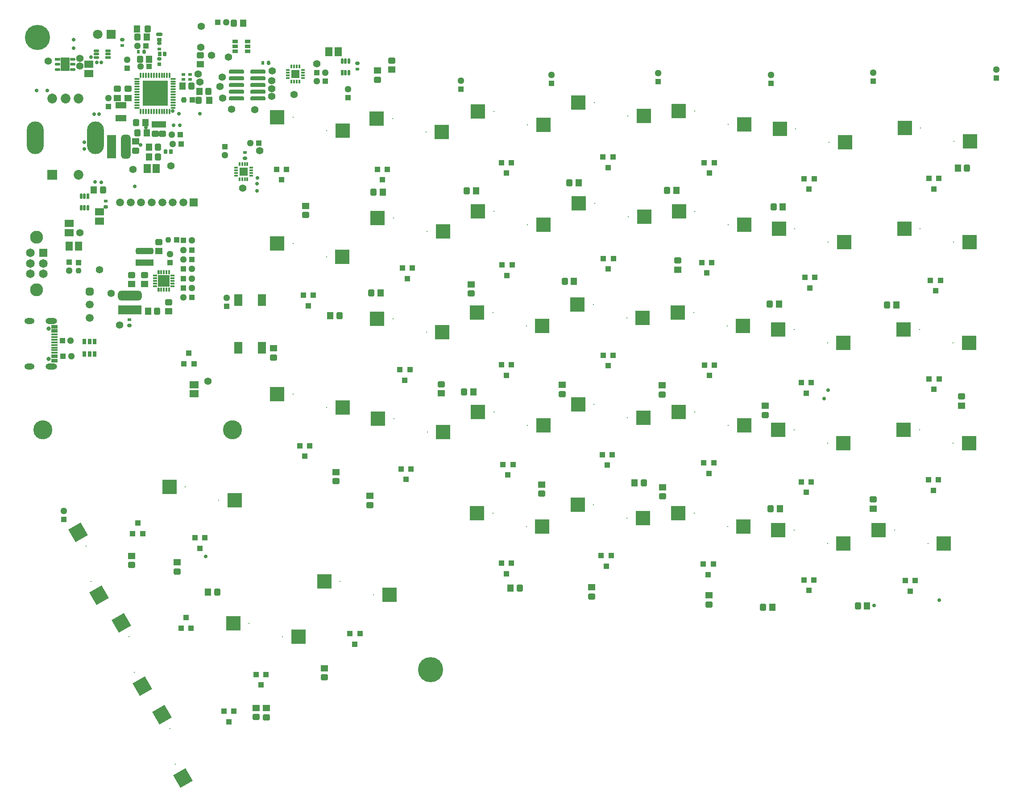
<source format=gts>
G04*
G04 #@! TF.GenerationSoftware,Altium Limited,Altium Designer,24.10.1 (45)*
G04*
G04 Layer_Color=8388736*
%FSLAX44Y44*%
%MOMM*%
G71*
G04*
G04 #@! TF.SameCoordinates,3551A3A7-0B07-42EA-8A9A-C0D20DE36A30*
G04*
G04*
G04 #@! TF.FilePolarity,Negative*
G04*
G01*
G75*
%ADD69R,0.6858X0.5842*%
%ADD82C,3.6032*%
%ADD83R,1.4032X1.2032*%
G04:AMPARAMS|DCode=84|XSize=1.4032mm|YSize=1.2032mm|CornerRadius=0.3516mm|HoleSize=0mm|Usage=FLASHONLY|Rotation=180.000|XOffset=0mm|YOffset=0mm|HoleType=Round|Shape=RoundedRectangle|*
%AMROUNDEDRECTD84*
21,1,1.4032,0.5000,0,0,180.0*
21,1,0.7000,1.2032,0,0,180.0*
1,1,0.7032,-0.3500,0.2500*
1,1,0.7032,0.3500,0.2500*
1,1,0.7032,0.3500,-0.2500*
1,1,0.7032,-0.3500,-0.2500*
%
%ADD84ROUNDEDRECTD84*%
%ADD85R,4.8000X4.8000*%
G04:AMPARAMS|DCode=86|XSize=0.36mm|YSize=0.96mm|CornerRadius=0.115mm|HoleSize=0mm|Usage=FLASHONLY|Rotation=180.000|XOffset=0mm|YOffset=0mm|HoleType=Round|Shape=RoundedRectangle|*
%AMROUNDEDRECTD86*
21,1,0.3600,0.7300,0,0,180.0*
21,1,0.1300,0.9600,0,0,180.0*
1,1,0.2300,-0.0650,0.3650*
1,1,0.2300,0.0650,0.3650*
1,1,0.2300,0.0650,-0.3650*
1,1,0.2300,-0.0650,-0.3650*
%
%ADD86ROUNDEDRECTD86*%
G04:AMPARAMS|DCode=87|XSize=0.36mm|YSize=0.96mm|CornerRadius=0.115mm|HoleSize=0mm|Usage=FLASHONLY|Rotation=270.000|XOffset=0mm|YOffset=0mm|HoleType=Round|Shape=RoundedRectangle|*
%AMROUNDEDRECTD87*
21,1,0.3600,0.7300,0,0,270.0*
21,1,0.1300,0.9600,0,0,270.0*
1,1,0.2300,-0.3650,-0.0650*
1,1,0.2300,-0.3650,0.0650*
1,1,0.2300,0.3650,0.0650*
1,1,0.2300,0.3650,-0.0650*
%
%ADD87ROUNDEDRECTD87*%
%ADD88R,0.9600X0.3600*%
%ADD89R,0.7924X0.6732*%
G04:AMPARAMS|DCode=90|XSize=0.7924mm|YSize=0.6732mm|CornerRadius=0.2191mm|HoleSize=0mm|Usage=FLASHONLY|Rotation=180.000|XOffset=0mm|YOffset=0mm|HoleType=Round|Shape=RoundedRectangle|*
%AMROUNDEDRECTD90*
21,1,0.7924,0.2350,0,0,180.0*
21,1,0.3542,0.6732,0,0,180.0*
1,1,0.4382,-0.1771,0.1175*
1,1,0.4382,0.1771,0.1175*
1,1,0.4382,0.1771,-0.1175*
1,1,0.4382,-0.1771,-0.1175*
%
%ADD90ROUNDEDRECTD90*%
%ADD91R,0.7032X0.8432*%
G04:AMPARAMS|DCode=92|XSize=0.8432mm|YSize=0.7032mm|CornerRadius=0.2266mm|HoleSize=0mm|Usage=FLASHONLY|Rotation=90.000|XOffset=0mm|YOffset=0mm|HoleType=Round|Shape=RoundedRectangle|*
%AMROUNDEDRECTD92*
21,1,0.8432,0.2500,0,0,90.0*
21,1,0.3900,0.7032,0,0,90.0*
1,1,0.4532,0.1250,0.1950*
1,1,0.4532,0.1250,-0.1950*
1,1,0.4532,-0.1250,-0.1950*
1,1,0.4532,-0.1250,0.1950*
%
%ADD92ROUNDEDRECTD92*%
%ADD93R,0.8432X0.6732*%
G04:AMPARAMS|DCode=94|XSize=1.2192mm|YSize=0.597mm|CornerRadius=0.2001mm|HoleSize=0mm|Usage=FLASHONLY|Rotation=180.000|XOffset=0mm|YOffset=0mm|HoleType=Round|Shape=RoundedRectangle|*
%AMROUNDEDRECTD94*
21,1,1.2192,0.1969,0,0,180.0*
21,1,0.8191,0.5970,0,0,180.0*
1,1,0.4001,-0.4096,0.0984*
1,1,0.4001,0.4096,0.0984*
1,1,0.4001,0.4096,-0.0984*
1,1,0.4001,-0.4096,-0.0984*
%
%ADD94ROUNDEDRECTD94*%
%ADD95R,1.1032X1.1032*%
G04:AMPARAMS|DCode=96|XSize=1.1032mm|YSize=1.1032mm|CornerRadius=0.3266mm|HoleSize=0mm|Usage=FLASHONLY|Rotation=180.000|XOffset=0mm|YOffset=0mm|HoleType=Round|Shape=RoundedRectangle|*
%AMROUNDEDRECTD96*
21,1,1.1032,0.4500,0,0,180.0*
21,1,0.4500,1.1032,0,0,180.0*
1,1,0.6532,-0.2250,0.2250*
1,1,0.6532,0.2250,0.2250*
1,1,0.6532,0.2250,-0.2250*
1,1,0.6532,-0.2250,-0.2250*
%
%ADD96ROUNDEDRECTD96*%
G04:AMPARAMS|DCode=97|XSize=2.7532mm|YSize=2.7032mm|CornerRadius=0mm|HoleSize=0mm|Usage=FLASHONLY|Rotation=120.000|XOffset=0mm|YOffset=0mm|HoleType=Round|Shape=Rectangle|*
%AMROTATEDRECTD97*
4,1,4,1.8588,-0.5164,-0.4822,-1.8680,-1.8588,0.5164,0.4822,1.8680,1.8588,-0.5164,0.0*
%
%ADD97ROTATEDRECTD97*%

G04:AMPARAMS|DCode=98|XSize=1.1032mm|YSize=1.1032mm|CornerRadius=0.3266mm|HoleSize=0mm|Usage=FLASHONLY|Rotation=270.000|XOffset=0mm|YOffset=0mm|HoleType=Round|Shape=RoundedRectangle|*
%AMROUNDEDRECTD98*
21,1,1.1032,0.4500,0,0,270.0*
21,1,0.4500,1.1032,0,0,270.0*
1,1,0.6532,-0.2250,-0.2250*
1,1,0.6532,-0.2250,0.2250*
1,1,0.6532,0.2250,0.2250*
1,1,0.6532,0.2250,-0.2250*
%
%ADD98ROUNDEDRECTD98*%
%ADD99R,1.1032X1.1032*%
%ADD100R,1.0032X1.1032*%
%ADD101R,2.7532X2.7032*%
G04:AMPARAMS|DCode=102|XSize=1.4032mm|YSize=1.2032mm|CornerRadius=0.3516mm|HoleSize=0mm|Usage=FLASHONLY|Rotation=270.000|XOffset=0mm|YOffset=0mm|HoleType=Round|Shape=RoundedRectangle|*
%AMROUNDEDRECTD102*
21,1,1.4032,0.5000,0,0,270.0*
21,1,0.7000,1.2032,0,0,270.0*
1,1,0.7032,-0.2500,-0.3500*
1,1,0.7032,-0.2500,0.3500*
1,1,0.7032,0.2500,0.3500*
1,1,0.7032,0.2500,-0.3500*
%
%ADD102ROUNDEDRECTD102*%
%ADD103R,1.2032X1.4032*%
%ADD104R,1.6732X1.3632*%
%ADD105R,1.6032X2.3032*%
%ADD106R,1.3632X1.6732*%
%ADD107C,1.4032*%
%ADD108R,1.5900X1.5900*%
G04:AMPARAMS|DCode=109|XSize=0.74mm|YSize=0.4mm|CornerRadius=0.1025mm|HoleSize=0mm|Usage=FLASHONLY|Rotation=0.000|XOffset=0mm|YOffset=0mm|HoleType=Round|Shape=RoundedRectangle|*
%AMROUNDEDRECTD109*
21,1,0.7400,0.1950,0,0,0.0*
21,1,0.5350,0.4000,0,0,0.0*
1,1,0.2050,0.2675,-0.0975*
1,1,0.2050,-0.2675,-0.0975*
1,1,0.2050,-0.2675,0.0975*
1,1,0.2050,0.2675,0.0975*
%
%ADD109ROUNDEDRECTD109*%
%ADD110R,0.7400X0.4000*%
G04:AMPARAMS|DCode=111|XSize=0.74mm|YSize=0.4mm|CornerRadius=0.1025mm|HoleSize=0mm|Usage=FLASHONLY|Rotation=90.000|XOffset=0mm|YOffset=0mm|HoleType=Round|Shape=RoundedRectangle|*
%AMROUNDEDRECTD111*
21,1,0.7400,0.1950,0,0,90.0*
21,1,0.5350,0.4000,0,0,90.0*
1,1,0.2050,0.0975,0.2675*
1,1,0.2050,0.0975,-0.2675*
1,1,0.2050,-0.0975,-0.2675*
1,1,0.2050,-0.0975,0.2675*
%
%ADD111ROUNDEDRECTD111*%
G04:AMPARAMS|DCode=112|XSize=0.54mm|YSize=1.04mm|CornerRadius=0.17mm|HoleSize=0mm|Usage=FLASHONLY|Rotation=0.000|XOffset=0mm|YOffset=0mm|HoleType=Round|Shape=RoundedRectangle|*
%AMROUNDEDRECTD112*
21,1,0.5400,0.7000,0,0,0.0*
21,1,0.2000,1.0400,0,0,0.0*
1,1,0.3400,0.1000,-0.3500*
1,1,0.3400,-0.1000,-0.3500*
1,1,0.3400,-0.1000,0.3500*
1,1,0.3400,0.1000,0.3500*
%
%ADD112ROUNDEDRECTD112*%
%ADD113R,0.5400X1.0400*%
%ADD114R,1.0508X0.7508*%
G04:AMPARAMS|DCode=115|XSize=2.8956mm|YSize=0.762mm|CornerRadius=0.2159mm|HoleSize=0mm|Usage=FLASHONLY|Rotation=0.000|XOffset=0mm|YOffset=0mm|HoleType=Round|Shape=RoundedRectangle|*
%AMROUNDEDRECTD115*
21,1,2.8956,0.3302,0,0,0.0*
21,1,2.4638,0.7620,0,0,0.0*
1,1,0.4318,1.2319,-0.1651*
1,1,0.4318,-1.2319,-0.1651*
1,1,0.4318,-1.2319,0.1651*
1,1,0.4318,1.2319,0.1651*
%
%ADD115ROUNDEDRECTD115*%
%ADD116R,1.0400X0.5400*%
G04:AMPARAMS|DCode=117|XSize=0.54mm|YSize=1.04mm|CornerRadius=0.17mm|HoleSize=0mm|Usage=FLASHONLY|Rotation=270.000|XOffset=0mm|YOffset=0mm|HoleType=Round|Shape=RoundedRectangle|*
%AMROUNDEDRECTD117*
21,1,0.5400,0.7000,0,0,270.0*
21,1,0.2000,1.0400,0,0,270.0*
1,1,0.3400,-0.3500,-0.1000*
1,1,0.3400,-0.3500,0.1000*
1,1,0.3400,0.3500,0.1000*
1,1,0.3400,0.3500,-0.1000*
%
%ADD117ROUNDEDRECTD117*%
G04:AMPARAMS|DCode=118|XSize=1.8032mm|YSize=4.5032mm|CornerRadius=0.5016mm|HoleSize=0mm|Usage=FLASHONLY|Rotation=0.000|XOffset=0mm|YOffset=0mm|HoleType=Round|Shape=RoundedRectangle|*
%AMROUNDEDRECTD118*
21,1,1.8032,3.5000,0,0,0.0*
21,1,0.8000,4.5032,0,0,0.0*
1,1,1.0032,0.4000,-1.7500*
1,1,1.0032,-0.4000,-1.7500*
1,1,1.0032,-0.4000,1.7500*
1,1,1.0032,0.4000,1.7500*
%
%ADD118ROUNDEDRECTD118*%
%ADD119R,1.8032X4.5032*%
G04:AMPARAMS|DCode=120|XSize=1.8032mm|YSize=4.5032mm|CornerRadius=0.5016mm|HoleSize=0mm|Usage=FLASHONLY|Rotation=90.000|XOffset=0mm|YOffset=0mm|HoleType=Round|Shape=RoundedRectangle|*
%AMROUNDEDRECTD120*
21,1,1.8032,3.5000,0,0,90.0*
21,1,0.8000,4.5032,0,0,90.0*
1,1,1.0032,1.7500,0.4000*
1,1,1.0032,1.7500,-0.4000*
1,1,1.0032,-1.7500,-0.4000*
1,1,1.0032,-1.7500,0.4000*
%
%ADD120ROUNDEDRECTD120*%
%ADD121R,4.5032X1.8032*%
%ADD122R,1.7400X2.6400*%
G04:AMPARAMS|DCode=123|XSize=0.59mm|YSize=0.99mm|CornerRadius=0.1825mm|HoleSize=0mm|Usage=FLASHONLY|Rotation=90.000|XOffset=0mm|YOffset=0mm|HoleType=Round|Shape=RoundedRectangle|*
%AMROUNDEDRECTD123*
21,1,0.5900,0.6250,0,0,90.0*
21,1,0.2250,0.9900,0,0,90.0*
1,1,0.3650,0.3125,0.1125*
1,1,0.3650,0.3125,-0.1125*
1,1,0.3650,-0.3125,-0.1125*
1,1,0.3650,-0.3125,0.1125*
%
%ADD123ROUNDEDRECTD123*%
%ADD124R,0.9900X0.5900*%
%ADD125R,2.1032X1.3032*%
G04:AMPARAMS|DCode=126|XSize=1.2032mm|YSize=3.4032mm|CornerRadius=0.3516mm|HoleSize=0mm|Usage=FLASHONLY|Rotation=90.000|XOffset=0mm|YOffset=0mm|HoleType=Round|Shape=RoundedRectangle|*
%AMROUNDEDRECTD126*
21,1,1.2032,2.7000,0,0,90.0*
21,1,0.5000,3.4032,0,0,90.0*
1,1,0.7032,1.3500,0.2500*
1,1,0.7032,1.3500,-0.2500*
1,1,0.7032,-1.3500,-0.2500*
1,1,0.7032,-1.3500,0.2500*
%
%ADD126ROUNDEDRECTD126*%
%ADD127R,3.4032X1.2032*%
%ADD128R,0.8032X0.6032*%
G04:AMPARAMS|DCode=129|XSize=0.8032mm|YSize=0.6032mm|CornerRadius=0.2016mm|HoleSize=0mm|Usage=FLASHONLY|Rotation=180.000|XOffset=0mm|YOffset=0mm|HoleType=Round|Shape=RoundedRectangle|*
%AMROUNDEDRECTD129*
21,1,0.8032,0.2000,0,0,180.0*
21,1,0.4000,0.6032,0,0,180.0*
1,1,0.4032,-0.2000,0.1000*
1,1,0.4032,0.2000,0.1000*
1,1,0.4032,0.2000,-0.1000*
1,1,0.4032,-0.2000,-0.1000*
%
%ADD129ROUNDEDRECTD129*%
%ADD130R,0.6032X0.8032*%
G04:AMPARAMS|DCode=131|XSize=0.8032mm|YSize=0.6032mm|CornerRadius=0.2016mm|HoleSize=0mm|Usage=FLASHONLY|Rotation=90.000|XOffset=0mm|YOffset=0mm|HoleType=Round|Shape=RoundedRectangle|*
%AMROUNDEDRECTD131*
21,1,0.8032,0.2000,0,0,90.0*
21,1,0.4000,0.6032,0,0,90.0*
1,1,0.4032,0.1000,0.2000*
1,1,0.4032,0.1000,-0.2000*
1,1,0.4032,-0.1000,-0.2000*
1,1,0.4032,-0.1000,0.2000*
%
%ADD131ROUNDEDRECTD131*%
G04:AMPARAMS|DCode=132|XSize=0.8432mm|YSize=0.6732mm|CornerRadius=0.2191mm|HoleSize=0mm|Usage=FLASHONLY|Rotation=270.000|XOffset=0mm|YOffset=0mm|HoleType=Round|Shape=RoundedRectangle|*
%AMROUNDEDRECTD132*
21,1,0.8432,0.2350,0,0,270.0*
21,1,0.4050,0.6732,0,0,270.0*
1,1,0.4382,-0.1175,-0.2025*
1,1,0.4382,-0.1175,0.2025*
1,1,0.4382,0.1175,0.2025*
1,1,0.4382,0.1175,-0.2025*
%
%ADD132ROUNDEDRECTD132*%
%ADD133R,0.6732X0.8432*%
%ADD134R,2.1900X2.1900*%
G04:AMPARAMS|DCode=135|XSize=1.0032mm|YSize=1.0032mm|CornerRadius=0.3016mm|HoleSize=0mm|Usage=FLASHONLY|Rotation=270.000|XOffset=0mm|YOffset=0mm|HoleType=Round|Shape=RoundedRectangle|*
%AMROUNDEDRECTD135*
21,1,1.0032,0.4000,0,0,270.0*
21,1,0.4000,1.0032,0,0,270.0*
1,1,0.6032,-0.2000,-0.2000*
1,1,0.6032,-0.2000,0.2000*
1,1,0.6032,0.2000,0.2000*
1,1,0.6032,0.2000,-0.2000*
%
%ADD135ROUNDEDRECTD135*%
%ADD136R,1.0032X1.0032*%
G04:AMPARAMS|DCode=137|XSize=1.0032mm|YSize=1.0032mm|CornerRadius=0.3016mm|HoleSize=0mm|Usage=FLASHONLY|Rotation=0.000|XOffset=0mm|YOffset=0mm|HoleType=Round|Shape=RoundedRectangle|*
%AMROUNDEDRECTD137*
21,1,1.0032,0.4000,0,0,0.0*
21,1,0.4000,1.0032,0,0,0.0*
1,1,0.6032,0.2000,-0.2000*
1,1,0.6032,-0.2000,-0.2000*
1,1,0.6032,-0.2000,0.2000*
1,1,0.6032,0.2000,0.2000*
%
%ADD137ROUNDEDRECTD137*%
%ADD138R,1.0032X1.0032*%
%ADD139R,1.2400X0.7000*%
%ADD140R,1.2400X0.4000*%
%ADD141R,0.7508X1.0508*%
%ADD142C,0.7032*%
%ADD143R,1.5112X1.5112*%
%ADD144C,1.5112*%
%ADD145C,4.7752*%
%ADD146C,0.2032*%
%ADD147R,1.8532X1.8532*%
%ADD148C,1.8532*%
%ADD149O,3.2032X6.2032*%
%ADD150C,1.8032*%
%ADD151R,1.8032X1.8032*%
G04:AMPARAMS|DCode=152|XSize=1.5112mm|YSize=1.5112mm|CornerRadius=0.4286mm|HoleSize=0mm|Usage=FLASHONLY|Rotation=90.000|XOffset=0mm|YOffset=0mm|HoleType=Round|Shape=RoundedRectangle|*
%AMROUNDEDRECTD152*
21,1,1.5112,0.6540,0,0,90.0*
21,1,0.6540,1.5112,0,0,90.0*
1,1,0.8572,0.3270,0.3270*
1,1,0.8572,0.3270,-0.3270*
1,1,0.8572,-0.3270,-0.3270*
1,1,0.8572,-0.3270,0.3270*
%
%ADD152ROUNDEDRECTD152*%
%ADD153O,1.9032X1.1032*%
%ADD154O,2.2032X1.1032*%
%ADD155C,0.8032*%
%ADD156R,1.6412X1.6412*%
%ADD157C,1.6412*%
%ADD158C,2.4682*%
%ADD159C,0.7366*%
G36*
X287832Y427606D02*
X287852D01*
X287882Y427596D01*
X287902D01*
X287932Y427586D01*
X287952Y427576D01*
X287982Y427566D01*
X288002Y427546D01*
X288022Y427536D01*
X288042Y427516D01*
X288062Y427506D01*
X288082Y427486D01*
X288102Y427466D01*
X288122Y427446D01*
X288142Y427426D01*
X288152Y427406D01*
X288172Y427386D01*
X288182Y427366D01*
X288202Y427346D01*
X288212Y427316D01*
X288222Y427296D01*
X288232Y427266D01*
Y427246D01*
X288242Y427216D01*
Y427196D01*
X288252Y427166D01*
Y420666D01*
X288242Y420636D01*
Y420616D01*
X288232Y420586D01*
Y420566D01*
X288222Y420536D01*
X288212Y420516D01*
X288202Y420486D01*
X288182Y420466D01*
X288172Y420446D01*
X288152Y420426D01*
X288142Y420406D01*
X288122Y420386D01*
X288102Y420366D01*
X288082Y420346D01*
X288062Y420326D01*
X288042Y420316D01*
X288022Y420296D01*
X288002Y420286D01*
X287982Y420266D01*
X287952Y420256D01*
X287932Y420246D01*
X287902Y420236D01*
X287882D01*
X287852Y420226D01*
X287832D01*
X287802Y420216D01*
X284902D01*
X284872Y420226D01*
X284852D01*
X284822Y420236D01*
X284802D01*
X284772Y420246D01*
X284752Y420256D01*
X284722Y420266D01*
X284702Y420286D01*
X284682Y420296D01*
X284662Y420316D01*
X284642Y420326D01*
X284622Y420346D01*
X284602Y420366D01*
X284582Y420386D01*
X284562Y420406D01*
X284552Y420426D01*
X284532Y420446D01*
X284522Y420466D01*
X284502Y420486D01*
X284492Y420516D01*
X284482Y420536D01*
X284472Y420566D01*
Y420586D01*
X284462Y420616D01*
Y420636D01*
X284452Y420666D01*
Y427166D01*
X284462Y427196D01*
Y427216D01*
X284472Y427246D01*
Y427266D01*
X284482Y427296D01*
X284492Y427316D01*
X284502Y427346D01*
X284522Y427366D01*
X284532Y427386D01*
X284552Y427406D01*
X284562Y427426D01*
X284582Y427446D01*
X284602Y427466D01*
X284622Y427486D01*
X284642Y427506D01*
X284662Y427516D01*
X284682Y427536D01*
X284702Y427546D01*
X284722Y427566D01*
X284752Y427576D01*
X284772Y427586D01*
X284802Y427596D01*
X284822D01*
X284852Y427606D01*
X284872D01*
X284902Y427616D01*
X287802D01*
X287832Y427606D01*
D02*
G37*
G36*
X282832D02*
X282852D01*
X282882Y427596D01*
X282902D01*
X282932Y427586D01*
X282952Y427576D01*
X282982Y427566D01*
X283002Y427546D01*
X283022Y427536D01*
X283042Y427516D01*
X283062Y427506D01*
X283082Y427486D01*
X283102Y427466D01*
X283122Y427446D01*
X283142Y427426D01*
X283152Y427406D01*
X283172Y427386D01*
X283182Y427366D01*
X283202Y427346D01*
X283212Y427316D01*
X283222Y427296D01*
X283232Y427266D01*
Y427246D01*
X283242Y427216D01*
Y427196D01*
X283252Y427166D01*
Y420666D01*
X283242Y420636D01*
Y420616D01*
X283232Y420586D01*
Y420566D01*
X283222Y420536D01*
X283212Y420516D01*
X283202Y420486D01*
X283182Y420466D01*
X283172Y420446D01*
X283152Y420426D01*
X283142Y420406D01*
X283122Y420386D01*
X283102Y420366D01*
X283082Y420346D01*
X283062Y420326D01*
X283042Y420316D01*
X283022Y420296D01*
X283002Y420286D01*
X282982Y420266D01*
X282952Y420256D01*
X282932Y420246D01*
X282902Y420236D01*
X282882D01*
X282852Y420226D01*
X282832D01*
X282802Y420216D01*
X279902D01*
X279872Y420226D01*
X279852D01*
X279822Y420236D01*
X279802D01*
X279772Y420246D01*
X279752Y420256D01*
X279722Y420266D01*
X279702Y420286D01*
X279682Y420296D01*
X279662Y420316D01*
X279642Y420326D01*
X279622Y420346D01*
X279602Y420366D01*
X279582Y420386D01*
X279562Y420406D01*
X279552Y420426D01*
X279532Y420446D01*
X279522Y420466D01*
X279502Y420486D01*
X279492Y420516D01*
X279482Y420536D01*
X279472Y420566D01*
Y420586D01*
X279462Y420616D01*
Y420636D01*
X279452Y420666D01*
Y427166D01*
X279462Y427196D01*
Y427216D01*
X279472Y427246D01*
Y427266D01*
X279482Y427296D01*
X279492Y427316D01*
X279502Y427346D01*
X279522Y427366D01*
X279532Y427386D01*
X279552Y427406D01*
X279562Y427426D01*
X279582Y427446D01*
X279602Y427466D01*
X279622Y427486D01*
X279642Y427506D01*
X279662Y427516D01*
X279682Y427536D01*
X279702Y427546D01*
X279722Y427566D01*
X279752Y427576D01*
X279772Y427586D01*
X279802Y427596D01*
X279822D01*
X279852Y427606D01*
X279872D01*
X279902Y427616D01*
X282802D01*
X282832Y427606D01*
D02*
G37*
G36*
X277832D02*
X277852D01*
X277882Y427596D01*
X277902D01*
X277932Y427586D01*
X277952Y427576D01*
X277982Y427566D01*
X278002Y427546D01*
X278022Y427536D01*
X278042Y427516D01*
X278062Y427506D01*
X278082Y427486D01*
X278102Y427466D01*
X278122Y427446D01*
X278142Y427426D01*
X278152Y427406D01*
X278172Y427386D01*
X278182Y427366D01*
X278202Y427346D01*
X278212Y427316D01*
X278222Y427296D01*
X278232Y427266D01*
Y427246D01*
X278242Y427216D01*
Y427196D01*
X278252Y427166D01*
Y420666D01*
X278242Y420636D01*
Y420616D01*
X278232Y420586D01*
Y420566D01*
X278222Y420536D01*
X278212Y420516D01*
X278202Y420486D01*
X278182Y420466D01*
X278172Y420446D01*
X278152Y420426D01*
X278142Y420406D01*
X278122Y420386D01*
X278102Y420366D01*
X278082Y420346D01*
X278062Y420326D01*
X278042Y420316D01*
X278022Y420296D01*
X278002Y420286D01*
X277982Y420266D01*
X277952Y420256D01*
X277932Y420246D01*
X277902Y420236D01*
X277882D01*
X277852Y420226D01*
X277832D01*
X277802Y420216D01*
X274902D01*
X274872Y420226D01*
X274852D01*
X274822Y420236D01*
X274802D01*
X274772Y420246D01*
X274752Y420256D01*
X274722Y420266D01*
X274702Y420286D01*
X274682Y420296D01*
X274662Y420316D01*
X274642Y420326D01*
X274622Y420346D01*
X274602Y420366D01*
X274582Y420386D01*
X274562Y420406D01*
X274552Y420426D01*
X274532Y420446D01*
X274522Y420466D01*
X274502Y420486D01*
X274492Y420516D01*
X274482Y420536D01*
X274472Y420566D01*
Y420586D01*
X274462Y420616D01*
Y420636D01*
X274452Y420666D01*
Y427166D01*
X274462Y427196D01*
Y427216D01*
X274472Y427246D01*
Y427266D01*
X274482Y427296D01*
X274492Y427316D01*
X274502Y427346D01*
X274522Y427366D01*
X274532Y427386D01*
X274552Y427406D01*
X274562Y427426D01*
X274582Y427446D01*
X274602Y427466D01*
X274622Y427486D01*
X274642Y427506D01*
X274662Y427516D01*
X274682Y427536D01*
X274702Y427546D01*
X274722Y427566D01*
X274752Y427576D01*
X274772Y427586D01*
X274802Y427596D01*
X274822D01*
X274852Y427606D01*
X274872D01*
X274902Y427616D01*
X277802D01*
X277832Y427606D01*
D02*
G37*
G36*
X272832D02*
X272852D01*
X272882Y427596D01*
X272902D01*
X272932Y427586D01*
X272952Y427576D01*
X272982Y427566D01*
X273002Y427546D01*
X273022Y427536D01*
X273042Y427516D01*
X273062Y427506D01*
X273082Y427486D01*
X273102Y427466D01*
X273122Y427446D01*
X273142Y427426D01*
X273152Y427406D01*
X273172Y427386D01*
X273182Y427366D01*
X273202Y427346D01*
X273212Y427316D01*
X273222Y427296D01*
X273232Y427266D01*
Y427246D01*
X273242Y427216D01*
Y427196D01*
X273252Y427166D01*
Y420666D01*
X273242Y420636D01*
Y420616D01*
X273232Y420586D01*
Y420566D01*
X273222Y420536D01*
X273212Y420516D01*
X273202Y420486D01*
X273182Y420466D01*
X273172Y420446D01*
X273152Y420426D01*
X273142Y420406D01*
X273122Y420386D01*
X273102Y420366D01*
X273082Y420346D01*
X273062Y420326D01*
X273042Y420316D01*
X273022Y420296D01*
X273002Y420286D01*
X272982Y420266D01*
X272952Y420256D01*
X272932Y420246D01*
X272902Y420236D01*
X272882D01*
X272852Y420226D01*
X272832D01*
X272802Y420216D01*
X269902D01*
X269872Y420226D01*
X269852D01*
X269822Y420236D01*
X269802D01*
X269772Y420246D01*
X269752Y420256D01*
X269722Y420266D01*
X269702Y420286D01*
X269682Y420296D01*
X269662Y420316D01*
X269642Y420326D01*
X269622Y420346D01*
X269602Y420366D01*
X269582Y420386D01*
X269562Y420406D01*
X269552Y420426D01*
X269532Y420446D01*
X269522Y420466D01*
X269502Y420486D01*
X269492Y420516D01*
X269482Y420536D01*
X269472Y420566D01*
Y420586D01*
X269462Y420616D01*
Y420636D01*
X269452Y420666D01*
Y427166D01*
X269462Y427196D01*
Y427216D01*
X269472Y427246D01*
Y427266D01*
X269482Y427296D01*
X269492Y427316D01*
X269502Y427346D01*
X269522Y427366D01*
X269532Y427386D01*
X269552Y427406D01*
X269562Y427426D01*
X269582Y427446D01*
X269602Y427466D01*
X269622Y427486D01*
X269642Y427506D01*
X269662Y427516D01*
X269682Y427536D01*
X269702Y427546D01*
X269722Y427566D01*
X269752Y427576D01*
X269772Y427586D01*
X269802Y427596D01*
X269822D01*
X269852Y427606D01*
X269872D01*
X269902Y427616D01*
X272802D01*
X272832Y427606D01*
D02*
G37*
G36*
X267832D02*
X267852D01*
X267882Y427596D01*
X267902D01*
X267932Y427586D01*
X267952Y427576D01*
X267982Y427566D01*
X268002Y427546D01*
X268022Y427536D01*
X268042Y427516D01*
X268062Y427506D01*
X268082Y427486D01*
X268102Y427466D01*
X268122Y427446D01*
X268142Y427426D01*
X268152Y427406D01*
X268172Y427386D01*
X268182Y427366D01*
X268202Y427346D01*
X268212Y427316D01*
X268222Y427296D01*
X268232Y427266D01*
Y427246D01*
X268242Y427216D01*
Y427196D01*
X268252Y427166D01*
Y420666D01*
X268242Y420636D01*
Y420616D01*
X268232Y420586D01*
Y420566D01*
X268222Y420536D01*
X268212Y420516D01*
X268202Y420486D01*
X268182Y420466D01*
X268172Y420446D01*
X268152Y420426D01*
X268142Y420406D01*
X268122Y420386D01*
X268102Y420366D01*
X268082Y420346D01*
X268062Y420326D01*
X268042Y420316D01*
X268022Y420296D01*
X268002Y420286D01*
X267982Y420266D01*
X267952Y420256D01*
X267932Y420246D01*
X267902Y420236D01*
X267882D01*
X267852Y420226D01*
X267832D01*
X267802Y420216D01*
X264902D01*
X264872Y420226D01*
X264852D01*
X264822Y420236D01*
X264802D01*
X264772Y420246D01*
X264752Y420256D01*
X264722Y420266D01*
X264702Y420286D01*
X264682Y420296D01*
X264662Y420316D01*
X264642Y420326D01*
X264622Y420346D01*
X264602Y420366D01*
X264582Y420386D01*
X264562Y420406D01*
X264552Y420426D01*
X264532Y420446D01*
X264522Y420466D01*
X264502Y420486D01*
X264492Y420516D01*
X264482Y420536D01*
X264472Y420566D01*
Y420586D01*
X264462Y420616D01*
Y420636D01*
X264452Y420666D01*
Y427166D01*
X264462Y427196D01*
Y427216D01*
X264472Y427246D01*
Y427266D01*
X264482Y427296D01*
X264492Y427316D01*
X264502Y427346D01*
X264522Y427366D01*
X264532Y427386D01*
X264552Y427406D01*
X264562Y427426D01*
X264582Y427446D01*
X264602Y427466D01*
X264622Y427486D01*
X264642Y427506D01*
X264662Y427516D01*
X264682Y427536D01*
X264702Y427546D01*
X264722Y427566D01*
X264752Y427576D01*
X264772Y427586D01*
X264802Y427596D01*
X264822D01*
X264852Y427606D01*
X264872D01*
X264902Y427616D01*
X267802D01*
X267832Y427606D01*
D02*
G37*
G36*
X296132Y419306D02*
X296152D01*
X296182Y419296D01*
X296202D01*
X296232Y419286D01*
X296252Y419276D01*
X296282Y419266D01*
X296302Y419246D01*
X296322Y419236D01*
X296342Y419216D01*
X296362Y419206D01*
X296382Y419186D01*
X296402Y419166D01*
X296422Y419146D01*
X296442Y419126D01*
X296452Y419106D01*
X296472Y419086D01*
X296482Y419066D01*
X296502Y419046D01*
X296512Y419016D01*
X296522Y418996D01*
X296532Y418966D01*
Y418946D01*
X296542Y418916D01*
Y418896D01*
X296552Y418866D01*
Y415966D01*
X296542Y415936D01*
Y415916D01*
X296532Y415886D01*
Y415866D01*
X296522Y415836D01*
X296512Y415816D01*
X296502Y415786D01*
X296482Y415766D01*
X296472Y415746D01*
X296452Y415726D01*
X296442Y415706D01*
X296422Y415686D01*
X296402Y415666D01*
X296382Y415646D01*
X296362Y415626D01*
X296342Y415616D01*
X296322Y415596D01*
X296302Y415586D01*
X296282Y415566D01*
X296252Y415556D01*
X296232Y415546D01*
X296202Y415536D01*
X296182D01*
X296152Y415526D01*
X296132D01*
X296102Y415516D01*
X289602D01*
X289572Y415526D01*
X289552D01*
X289522Y415536D01*
X289502D01*
X289472Y415546D01*
X289452Y415556D01*
X289422Y415566D01*
X289402Y415586D01*
X289382Y415596D01*
X289362Y415616D01*
X289342Y415626D01*
X289322Y415646D01*
X289302Y415666D01*
X289282Y415686D01*
X289262Y415706D01*
X289252Y415726D01*
X289232Y415746D01*
X289222Y415766D01*
X289202Y415786D01*
X289192Y415816D01*
X289182Y415836D01*
X289172Y415866D01*
Y415886D01*
X289162Y415916D01*
Y415936D01*
X289152Y415966D01*
Y418866D01*
X289162Y418896D01*
Y418916D01*
X289172Y418946D01*
Y418966D01*
X289182Y418996D01*
X289192Y419016D01*
X289202Y419046D01*
X289222Y419066D01*
X289232Y419086D01*
X289252Y419106D01*
X289262Y419126D01*
X289282Y419146D01*
X289302Y419166D01*
X289322Y419186D01*
X289342Y419206D01*
X289362Y419216D01*
X289382Y419236D01*
X289402Y419246D01*
X289422Y419266D01*
X289452Y419276D01*
X289472Y419286D01*
X289502Y419296D01*
X289522D01*
X289552Y419306D01*
X289572D01*
X289602Y419316D01*
X296102D01*
X296132Y419306D01*
D02*
G37*
G36*
X263132D02*
X263152D01*
X263182Y419296D01*
X263202D01*
X263232Y419286D01*
X263252Y419276D01*
X263282Y419266D01*
X263302Y419246D01*
X263322Y419236D01*
X263342Y419216D01*
X263362Y419206D01*
X263382Y419186D01*
X263402Y419166D01*
X263422Y419146D01*
X263442Y419126D01*
X263452Y419106D01*
X263472Y419086D01*
X263482Y419066D01*
X263502Y419046D01*
X263512Y419016D01*
X263522Y418996D01*
X263532Y418966D01*
Y418946D01*
X263542Y418916D01*
Y418896D01*
X263552Y418866D01*
Y415966D01*
X263542Y415936D01*
Y415916D01*
X263532Y415886D01*
Y415866D01*
X263522Y415836D01*
X263512Y415816D01*
X263502Y415786D01*
X263482Y415766D01*
X263472Y415746D01*
X263452Y415726D01*
X263442Y415706D01*
X263422Y415686D01*
X263402Y415666D01*
X263382Y415646D01*
X263362Y415626D01*
X263342Y415616D01*
X263322Y415596D01*
X263302Y415586D01*
X263282Y415566D01*
X263252Y415556D01*
X263232Y415546D01*
X263202Y415536D01*
X263182D01*
X263152Y415526D01*
X263132D01*
X263102Y415516D01*
X256602D01*
X256572Y415526D01*
X256552D01*
X256522Y415536D01*
X256502D01*
X256472Y415546D01*
X256452Y415556D01*
X256422Y415566D01*
X256402Y415586D01*
X256382Y415596D01*
X256362Y415616D01*
X256342Y415626D01*
X256322Y415646D01*
X256302Y415666D01*
X256282Y415686D01*
X256262Y415706D01*
X256252Y415726D01*
X256232Y415746D01*
X256222Y415766D01*
X256202Y415786D01*
X256192Y415816D01*
X256182Y415836D01*
X256172Y415866D01*
Y415886D01*
X256162Y415916D01*
Y415936D01*
X256152Y415966D01*
Y418866D01*
X256162Y418896D01*
Y418916D01*
X256172Y418946D01*
Y418966D01*
X256182Y418996D01*
X256192Y419016D01*
X256202Y419046D01*
X256222Y419066D01*
X256232Y419086D01*
X256252Y419106D01*
X256262Y419126D01*
X256282Y419146D01*
X256302Y419166D01*
X256322Y419186D01*
X256342Y419206D01*
X256362Y419216D01*
X256382Y419236D01*
X256402Y419246D01*
X256422Y419266D01*
X256452Y419276D01*
X256472Y419286D01*
X256502Y419296D01*
X256522D01*
X256552Y419306D01*
X256572D01*
X256602Y419316D01*
X263102D01*
X263132Y419306D01*
D02*
G37*
G36*
X296132Y414306D02*
X296152D01*
X296182Y414296D01*
X296202D01*
X296232Y414286D01*
X296252Y414276D01*
X296282Y414266D01*
X296302Y414246D01*
X296322Y414236D01*
X296342Y414216D01*
X296362Y414206D01*
X296382Y414186D01*
X296402Y414166D01*
X296422Y414146D01*
X296442Y414126D01*
X296452Y414106D01*
X296472Y414086D01*
X296482Y414066D01*
X296502Y414046D01*
X296512Y414016D01*
X296522Y413996D01*
X296532Y413966D01*
Y413946D01*
X296542Y413916D01*
Y413896D01*
X296552Y413866D01*
Y410966D01*
X296542Y410936D01*
Y410916D01*
X296532Y410886D01*
Y410866D01*
X296522Y410836D01*
X296512Y410816D01*
X296502Y410786D01*
X296482Y410766D01*
X296472Y410746D01*
X296452Y410726D01*
X296442Y410706D01*
X296422Y410686D01*
X296402Y410666D01*
X296382Y410646D01*
X296362Y410626D01*
X296342Y410616D01*
X296322Y410596D01*
X296302Y410586D01*
X296282Y410566D01*
X296252Y410556D01*
X296232Y410546D01*
X296202Y410536D01*
X296182D01*
X296152Y410526D01*
X296132D01*
X296102Y410516D01*
X289602D01*
X289572Y410526D01*
X289552D01*
X289522Y410536D01*
X289502D01*
X289472Y410546D01*
X289452Y410556D01*
X289422Y410566D01*
X289402Y410586D01*
X289382Y410596D01*
X289362Y410616D01*
X289342Y410626D01*
X289322Y410646D01*
X289302Y410666D01*
X289282Y410686D01*
X289262Y410706D01*
X289252Y410726D01*
X289232Y410746D01*
X289222Y410766D01*
X289202Y410786D01*
X289192Y410816D01*
X289182Y410836D01*
X289172Y410866D01*
Y410886D01*
X289162Y410916D01*
Y410936D01*
X289152Y410966D01*
Y413866D01*
X289162Y413896D01*
Y413916D01*
X289172Y413946D01*
Y413966D01*
X289182Y413996D01*
X289192Y414016D01*
X289202Y414046D01*
X289222Y414066D01*
X289232Y414086D01*
X289252Y414106D01*
X289262Y414126D01*
X289282Y414146D01*
X289302Y414166D01*
X289322Y414186D01*
X289342Y414206D01*
X289362Y414216D01*
X289382Y414236D01*
X289402Y414246D01*
X289422Y414266D01*
X289452Y414276D01*
X289472Y414286D01*
X289502Y414296D01*
X289522D01*
X289552Y414306D01*
X289572D01*
X289602Y414316D01*
X296102D01*
X296132Y414306D01*
D02*
G37*
G36*
X263132D02*
X263152D01*
X263182Y414296D01*
X263202D01*
X263232Y414286D01*
X263252Y414276D01*
X263282Y414266D01*
X263302Y414246D01*
X263322Y414236D01*
X263342Y414216D01*
X263362Y414206D01*
X263382Y414186D01*
X263402Y414166D01*
X263422Y414146D01*
X263442Y414126D01*
X263452Y414106D01*
X263472Y414086D01*
X263482Y414066D01*
X263502Y414046D01*
X263512Y414016D01*
X263522Y413996D01*
X263532Y413966D01*
Y413946D01*
X263542Y413916D01*
Y413896D01*
X263552Y413866D01*
Y410966D01*
X263542Y410936D01*
Y410916D01*
X263532Y410886D01*
Y410866D01*
X263522Y410836D01*
X263512Y410816D01*
X263502Y410786D01*
X263482Y410766D01*
X263472Y410746D01*
X263452Y410726D01*
X263442Y410706D01*
X263422Y410686D01*
X263402Y410666D01*
X263382Y410646D01*
X263362Y410626D01*
X263342Y410616D01*
X263322Y410596D01*
X263302Y410586D01*
X263282Y410566D01*
X263252Y410556D01*
X263232Y410546D01*
X263202Y410536D01*
X263182D01*
X263152Y410526D01*
X263132D01*
X263102Y410516D01*
X256602D01*
X256572Y410526D01*
X256552D01*
X256522Y410536D01*
X256502D01*
X256472Y410546D01*
X256452Y410556D01*
X256422Y410566D01*
X256402Y410586D01*
X256382Y410596D01*
X256362Y410616D01*
X256342Y410626D01*
X256322Y410646D01*
X256302Y410666D01*
X256282Y410686D01*
X256262Y410706D01*
X256252Y410726D01*
X256232Y410746D01*
X256222Y410766D01*
X256202Y410786D01*
X256192Y410816D01*
X256182Y410836D01*
X256172Y410866D01*
Y410886D01*
X256162Y410916D01*
Y410936D01*
X256152Y410966D01*
Y413866D01*
X256162Y413896D01*
Y413916D01*
X256172Y413946D01*
Y413966D01*
X256182Y413996D01*
X256192Y414016D01*
X256202Y414046D01*
X256222Y414066D01*
X256232Y414086D01*
X256252Y414106D01*
X256262Y414126D01*
X256282Y414146D01*
X256302Y414166D01*
X256322Y414186D01*
X256342Y414206D01*
X256362Y414216D01*
X256382Y414236D01*
X256402Y414246D01*
X256422Y414266D01*
X256452Y414276D01*
X256472Y414286D01*
X256502Y414296D01*
X256522D01*
X256552Y414306D01*
X256572D01*
X256602Y414316D01*
X263102D01*
X263132Y414306D01*
D02*
G37*
G36*
X296132Y409306D02*
X296152D01*
X296182Y409296D01*
X296202D01*
X296232Y409286D01*
X296252Y409276D01*
X296282Y409266D01*
X296302Y409246D01*
X296322Y409236D01*
X296342Y409216D01*
X296362Y409206D01*
X296382Y409186D01*
X296402Y409166D01*
X296422Y409146D01*
X296442Y409126D01*
X296452Y409106D01*
X296472Y409086D01*
X296482Y409066D01*
X296502Y409046D01*
X296512Y409016D01*
X296522Y408996D01*
X296532Y408966D01*
Y408946D01*
X296542Y408916D01*
Y408896D01*
X296552Y408866D01*
Y405966D01*
X296542Y405936D01*
Y405916D01*
X296532Y405886D01*
Y405866D01*
X296522Y405836D01*
X296512Y405816D01*
X296502Y405786D01*
X296482Y405766D01*
X296472Y405746D01*
X296452Y405726D01*
X296442Y405706D01*
X296422Y405686D01*
X296402Y405666D01*
X296382Y405646D01*
X296362Y405626D01*
X296342Y405616D01*
X296322Y405596D01*
X296302Y405586D01*
X296282Y405566D01*
X296252Y405556D01*
X296232Y405546D01*
X296202Y405536D01*
X296182D01*
X296152Y405526D01*
X296132D01*
X296102Y405516D01*
X289602D01*
X289572Y405526D01*
X289552D01*
X289522Y405536D01*
X289502D01*
X289472Y405546D01*
X289452Y405556D01*
X289422Y405566D01*
X289402Y405586D01*
X289382Y405596D01*
X289362Y405616D01*
X289342Y405626D01*
X289322Y405646D01*
X289302Y405666D01*
X289282Y405686D01*
X289262Y405706D01*
X289252Y405726D01*
X289232Y405746D01*
X289222Y405766D01*
X289202Y405786D01*
X289192Y405816D01*
X289182Y405836D01*
X289172Y405866D01*
Y405886D01*
X289162Y405916D01*
Y405936D01*
X289152Y405966D01*
Y408866D01*
X289162Y408896D01*
Y408916D01*
X289172Y408946D01*
Y408966D01*
X289182Y408996D01*
X289192Y409016D01*
X289202Y409046D01*
X289222Y409066D01*
X289232Y409086D01*
X289252Y409106D01*
X289262Y409126D01*
X289282Y409146D01*
X289302Y409166D01*
X289322Y409186D01*
X289342Y409206D01*
X289362Y409216D01*
X289382Y409236D01*
X289402Y409246D01*
X289422Y409266D01*
X289452Y409276D01*
X289472Y409286D01*
X289502Y409296D01*
X289522D01*
X289552Y409306D01*
X289572D01*
X289602Y409316D01*
X296102D01*
X296132Y409306D01*
D02*
G37*
G36*
X263132D02*
X263152D01*
X263182Y409296D01*
X263202D01*
X263232Y409286D01*
X263252Y409276D01*
X263282Y409266D01*
X263302Y409246D01*
X263322Y409236D01*
X263342Y409216D01*
X263362Y409206D01*
X263382Y409186D01*
X263402Y409166D01*
X263422Y409146D01*
X263442Y409126D01*
X263452Y409106D01*
X263472Y409086D01*
X263482Y409066D01*
X263502Y409046D01*
X263512Y409016D01*
X263522Y408996D01*
X263532Y408966D01*
Y408946D01*
X263542Y408916D01*
Y408896D01*
X263552Y408866D01*
Y405966D01*
X263542Y405936D01*
Y405916D01*
X263532Y405886D01*
Y405866D01*
X263522Y405836D01*
X263512Y405816D01*
X263502Y405786D01*
X263482Y405766D01*
X263472Y405746D01*
X263452Y405726D01*
X263442Y405706D01*
X263422Y405686D01*
X263402Y405666D01*
X263382Y405646D01*
X263362Y405626D01*
X263342Y405616D01*
X263322Y405596D01*
X263302Y405586D01*
X263282Y405566D01*
X263252Y405556D01*
X263232Y405546D01*
X263202Y405536D01*
X263182D01*
X263152Y405526D01*
X263132D01*
X263102Y405516D01*
X256602D01*
X256572Y405526D01*
X256552D01*
X256522Y405536D01*
X256502D01*
X256472Y405546D01*
X256452Y405556D01*
X256422Y405566D01*
X256402Y405586D01*
X256382Y405596D01*
X256362Y405616D01*
X256342Y405626D01*
X256322Y405646D01*
X256302Y405666D01*
X256282Y405686D01*
X256262Y405706D01*
X256252Y405726D01*
X256232Y405746D01*
X256222Y405766D01*
X256202Y405786D01*
X256192Y405816D01*
X256182Y405836D01*
X256172Y405866D01*
Y405886D01*
X256162Y405916D01*
Y405936D01*
X256152Y405966D01*
Y408866D01*
X256162Y408896D01*
Y408916D01*
X256172Y408946D01*
Y408966D01*
X256182Y408996D01*
X256192Y409016D01*
X256202Y409046D01*
X256222Y409066D01*
X256232Y409086D01*
X256252Y409106D01*
X256262Y409126D01*
X256282Y409146D01*
X256302Y409166D01*
X256322Y409186D01*
X256342Y409206D01*
X256362Y409216D01*
X256382Y409236D01*
X256402Y409246D01*
X256422Y409266D01*
X256452Y409276D01*
X256472Y409286D01*
X256502Y409296D01*
X256522D01*
X256552Y409306D01*
X256572D01*
X256602Y409316D01*
X263102D01*
X263132Y409306D01*
D02*
G37*
G36*
X296132Y404306D02*
X296152D01*
X296182Y404296D01*
X296202D01*
X296232Y404286D01*
X296252Y404276D01*
X296282Y404266D01*
X296302Y404246D01*
X296322Y404236D01*
X296342Y404216D01*
X296362Y404206D01*
X296382Y404186D01*
X296402Y404166D01*
X296422Y404146D01*
X296442Y404126D01*
X296452Y404106D01*
X296472Y404086D01*
X296482Y404066D01*
X296502Y404046D01*
X296512Y404016D01*
X296522Y403996D01*
X296532Y403966D01*
Y403946D01*
X296542Y403916D01*
Y403896D01*
X296552Y403866D01*
Y400966D01*
X296542Y400936D01*
Y400916D01*
X296532Y400886D01*
Y400866D01*
X296522Y400836D01*
X296512Y400816D01*
X296502Y400786D01*
X296482Y400766D01*
X296472Y400746D01*
X296452Y400726D01*
X296442Y400706D01*
X296422Y400686D01*
X296402Y400666D01*
X296382Y400646D01*
X296362Y400626D01*
X296342Y400616D01*
X296322Y400596D01*
X296302Y400586D01*
X296282Y400566D01*
X296252Y400556D01*
X296232Y400546D01*
X296202Y400536D01*
X296182D01*
X296152Y400526D01*
X296132D01*
X296102Y400516D01*
X289602D01*
X289572Y400526D01*
X289552D01*
X289522Y400536D01*
X289502D01*
X289472Y400546D01*
X289452Y400556D01*
X289422Y400566D01*
X289402Y400586D01*
X289382Y400596D01*
X289362Y400616D01*
X289342Y400626D01*
X289322Y400646D01*
X289302Y400666D01*
X289282Y400686D01*
X289262Y400706D01*
X289252Y400726D01*
X289232Y400746D01*
X289222Y400766D01*
X289202Y400786D01*
X289192Y400816D01*
X289182Y400836D01*
X289172Y400866D01*
Y400886D01*
X289162Y400916D01*
Y400936D01*
X289152Y400966D01*
Y403866D01*
X289162Y403896D01*
Y403916D01*
X289172Y403946D01*
Y403966D01*
X289182Y403996D01*
X289192Y404016D01*
X289202Y404046D01*
X289222Y404066D01*
X289232Y404086D01*
X289252Y404106D01*
X289262Y404126D01*
X289282Y404146D01*
X289302Y404166D01*
X289322Y404186D01*
X289342Y404206D01*
X289362Y404216D01*
X289382Y404236D01*
X289402Y404246D01*
X289422Y404266D01*
X289452Y404276D01*
X289472Y404286D01*
X289502Y404296D01*
X289522D01*
X289552Y404306D01*
X289572D01*
X289602Y404316D01*
X296102D01*
X296132Y404306D01*
D02*
G37*
G36*
X263132D02*
X263152D01*
X263182Y404296D01*
X263202D01*
X263232Y404286D01*
X263252Y404276D01*
X263282Y404266D01*
X263302Y404246D01*
X263322Y404236D01*
X263342Y404216D01*
X263362Y404206D01*
X263382Y404186D01*
X263402Y404166D01*
X263422Y404146D01*
X263442Y404126D01*
X263452Y404106D01*
X263472Y404086D01*
X263482Y404066D01*
X263502Y404046D01*
X263512Y404016D01*
X263522Y403996D01*
X263532Y403966D01*
Y403946D01*
X263542Y403916D01*
Y403896D01*
X263552Y403866D01*
Y400966D01*
X263542Y400936D01*
Y400916D01*
X263532Y400886D01*
Y400866D01*
X263522Y400836D01*
X263512Y400816D01*
X263502Y400786D01*
X263482Y400766D01*
X263472Y400746D01*
X263452Y400726D01*
X263442Y400706D01*
X263422Y400686D01*
X263402Y400666D01*
X263382Y400646D01*
X263362Y400626D01*
X263342Y400616D01*
X263322Y400596D01*
X263302Y400586D01*
X263282Y400566D01*
X263252Y400556D01*
X263232Y400546D01*
X263202Y400536D01*
X263182D01*
X263152Y400526D01*
X263132D01*
X263102Y400516D01*
X256602D01*
X256572Y400526D01*
X256552D01*
X256522Y400536D01*
X256502D01*
X256472Y400546D01*
X256452Y400556D01*
X256422Y400566D01*
X256402Y400586D01*
X256382Y400596D01*
X256362Y400616D01*
X256342Y400626D01*
X256322Y400646D01*
X256302Y400666D01*
X256282Y400686D01*
X256262Y400706D01*
X256252Y400726D01*
X256232Y400746D01*
X256222Y400766D01*
X256202Y400786D01*
X256192Y400816D01*
X256182Y400836D01*
X256172Y400866D01*
Y400886D01*
X256162Y400916D01*
Y400936D01*
X256152Y400966D01*
Y403866D01*
X256162Y403896D01*
Y403916D01*
X256172Y403946D01*
Y403966D01*
X256182Y403996D01*
X256192Y404016D01*
X256202Y404046D01*
X256222Y404066D01*
X256232Y404086D01*
X256252Y404106D01*
X256262Y404126D01*
X256282Y404146D01*
X256302Y404166D01*
X256322Y404186D01*
X256342Y404206D01*
X256362Y404216D01*
X256382Y404236D01*
X256402Y404246D01*
X256422Y404266D01*
X256452Y404276D01*
X256472Y404286D01*
X256502Y404296D01*
X256522D01*
X256552Y404306D01*
X256572D01*
X256602Y404316D01*
X263102D01*
X263132Y404306D01*
D02*
G37*
G36*
X296132Y399306D02*
X296152D01*
X296182Y399296D01*
X296202D01*
X296232Y399286D01*
X296252Y399276D01*
X296282Y399266D01*
X296302Y399246D01*
X296322Y399236D01*
X296342Y399216D01*
X296362Y399206D01*
X296382Y399186D01*
X296402Y399166D01*
X296422Y399146D01*
X296442Y399126D01*
X296452Y399106D01*
X296472Y399086D01*
X296482Y399066D01*
X296502Y399046D01*
X296512Y399016D01*
X296522Y398996D01*
X296532Y398966D01*
Y398946D01*
X296542Y398916D01*
Y398896D01*
X296552Y398866D01*
Y395966D01*
X296542Y395936D01*
Y395916D01*
X296532Y395886D01*
Y395866D01*
X296522Y395836D01*
X296512Y395816D01*
X296502Y395786D01*
X296482Y395766D01*
X296472Y395746D01*
X296452Y395726D01*
X296442Y395706D01*
X296422Y395686D01*
X296402Y395666D01*
X296382Y395646D01*
X296362Y395626D01*
X296342Y395616D01*
X296322Y395596D01*
X296302Y395586D01*
X296282Y395566D01*
X296252Y395556D01*
X296232Y395546D01*
X296202Y395536D01*
X296182D01*
X296152Y395526D01*
X296132D01*
X296102Y395516D01*
X289602D01*
X289572Y395526D01*
X289552D01*
X289522Y395536D01*
X289502D01*
X289472Y395546D01*
X289452Y395556D01*
X289422Y395566D01*
X289402Y395586D01*
X289382Y395596D01*
X289362Y395616D01*
X289342Y395626D01*
X289322Y395646D01*
X289302Y395666D01*
X289282Y395686D01*
X289262Y395706D01*
X289252Y395726D01*
X289232Y395746D01*
X289222Y395766D01*
X289202Y395786D01*
X289192Y395816D01*
X289182Y395836D01*
X289172Y395866D01*
Y395886D01*
X289162Y395916D01*
Y395936D01*
X289152Y395966D01*
Y398866D01*
X289162Y398896D01*
Y398916D01*
X289172Y398946D01*
Y398966D01*
X289182Y398996D01*
X289192Y399016D01*
X289202Y399046D01*
X289222Y399066D01*
X289232Y399086D01*
X289252Y399106D01*
X289262Y399126D01*
X289282Y399146D01*
X289302Y399166D01*
X289322Y399186D01*
X289342Y399206D01*
X289362Y399216D01*
X289382Y399236D01*
X289402Y399246D01*
X289422Y399266D01*
X289452Y399276D01*
X289472Y399286D01*
X289502Y399296D01*
X289522D01*
X289552Y399306D01*
X289572D01*
X289602Y399316D01*
X296102D01*
X296132Y399306D01*
D02*
G37*
G36*
X263132D02*
X263152D01*
X263182Y399296D01*
X263202D01*
X263232Y399286D01*
X263252Y399276D01*
X263282Y399266D01*
X263302Y399246D01*
X263322Y399236D01*
X263342Y399216D01*
X263362Y399206D01*
X263382Y399186D01*
X263402Y399166D01*
X263422Y399146D01*
X263442Y399126D01*
X263452Y399106D01*
X263472Y399086D01*
X263482Y399066D01*
X263502Y399046D01*
X263512Y399016D01*
X263522Y398996D01*
X263532Y398966D01*
Y398946D01*
X263542Y398916D01*
Y398896D01*
X263552Y398866D01*
Y395966D01*
X263542Y395936D01*
Y395916D01*
X263532Y395886D01*
Y395866D01*
X263522Y395836D01*
X263512Y395816D01*
X263502Y395786D01*
X263482Y395766D01*
X263472Y395746D01*
X263452Y395726D01*
X263442Y395706D01*
X263422Y395686D01*
X263402Y395666D01*
X263382Y395646D01*
X263362Y395626D01*
X263342Y395616D01*
X263322Y395596D01*
X263302Y395586D01*
X263282Y395566D01*
X263252Y395556D01*
X263232Y395546D01*
X263202Y395536D01*
X263182D01*
X263152Y395526D01*
X263132D01*
X263102Y395516D01*
X256602D01*
X256572Y395526D01*
X256552D01*
X256522Y395536D01*
X256502D01*
X256472Y395546D01*
X256452Y395556D01*
X256422Y395566D01*
X256402Y395586D01*
X256382Y395596D01*
X256362Y395616D01*
X256342Y395626D01*
X256322Y395646D01*
X256302Y395666D01*
X256282Y395686D01*
X256262Y395706D01*
X256252Y395726D01*
X256232Y395746D01*
X256222Y395766D01*
X256202Y395786D01*
X256192Y395816D01*
X256182Y395836D01*
X256172Y395866D01*
Y395886D01*
X256162Y395916D01*
Y395936D01*
X256152Y395966D01*
Y398866D01*
X256162Y398896D01*
Y398916D01*
X256172Y398946D01*
Y398966D01*
X256182Y398996D01*
X256192Y399016D01*
X256202Y399046D01*
X256222Y399066D01*
X256232Y399086D01*
X256252Y399106D01*
X256262Y399126D01*
X256282Y399146D01*
X256302Y399166D01*
X256322Y399186D01*
X256342Y399206D01*
X256362Y399216D01*
X256382Y399236D01*
X256402Y399246D01*
X256422Y399266D01*
X256452Y399276D01*
X256472Y399286D01*
X256502Y399296D01*
X256522D01*
X256552Y399306D01*
X256572D01*
X256602Y399316D01*
X263102D01*
X263132Y399306D01*
D02*
G37*
G36*
X287832Y394606D02*
X287852D01*
X287882Y394596D01*
X287902D01*
X287932Y394586D01*
X287952Y394576D01*
X287982Y394566D01*
X288002Y394546D01*
X288022Y394536D01*
X288042Y394516D01*
X288062Y394506D01*
X288082Y394486D01*
X288102Y394466D01*
X288122Y394446D01*
X288142Y394426D01*
X288152Y394406D01*
X288172Y394386D01*
X288182Y394366D01*
X288202Y394346D01*
X288212Y394316D01*
X288222Y394296D01*
X288232Y394266D01*
Y394246D01*
X288242Y394216D01*
Y394196D01*
X288252Y394166D01*
Y387666D01*
X288242Y387636D01*
Y387616D01*
X288232Y387586D01*
Y387566D01*
X288222Y387536D01*
X288212Y387516D01*
X288202Y387486D01*
X288182Y387466D01*
X288172Y387446D01*
X288152Y387426D01*
X288142Y387406D01*
X288122Y387386D01*
X288102Y387366D01*
X288082Y387346D01*
X288062Y387326D01*
X288042Y387316D01*
X288022Y387296D01*
X288002Y387286D01*
X287982Y387266D01*
X287952Y387256D01*
X287932Y387246D01*
X287902Y387236D01*
X287882D01*
X287852Y387226D01*
X287832D01*
X287802Y387216D01*
X284902D01*
X284872Y387226D01*
X284852D01*
X284822Y387236D01*
X284802D01*
X284772Y387246D01*
X284752Y387256D01*
X284722Y387266D01*
X284702Y387286D01*
X284682Y387296D01*
X284662Y387316D01*
X284642Y387326D01*
X284622Y387346D01*
X284602Y387366D01*
X284582Y387386D01*
X284562Y387406D01*
X284552Y387426D01*
X284532Y387446D01*
X284522Y387466D01*
X284502Y387486D01*
X284492Y387516D01*
X284482Y387536D01*
X284472Y387566D01*
Y387586D01*
X284462Y387616D01*
Y387636D01*
X284452Y387666D01*
Y394166D01*
X284462Y394196D01*
Y394216D01*
X284472Y394246D01*
Y394266D01*
X284482Y394296D01*
X284492Y394316D01*
X284502Y394346D01*
X284522Y394366D01*
X284532Y394386D01*
X284552Y394406D01*
X284562Y394426D01*
X284582Y394446D01*
X284602Y394466D01*
X284622Y394486D01*
X284642Y394506D01*
X284662Y394516D01*
X284682Y394536D01*
X284702Y394546D01*
X284722Y394566D01*
X284752Y394576D01*
X284772Y394586D01*
X284802Y394596D01*
X284822D01*
X284852Y394606D01*
X284872D01*
X284902Y394616D01*
X287802D01*
X287832Y394606D01*
D02*
G37*
G36*
X282832D02*
X282852D01*
X282882Y394596D01*
X282902D01*
X282932Y394586D01*
X282952Y394576D01*
X282982Y394566D01*
X283002Y394546D01*
X283022Y394536D01*
X283042Y394516D01*
X283062Y394506D01*
X283082Y394486D01*
X283102Y394466D01*
X283122Y394446D01*
X283142Y394426D01*
X283152Y394406D01*
X283172Y394386D01*
X283182Y394366D01*
X283202Y394346D01*
X283212Y394316D01*
X283222Y394296D01*
X283232Y394266D01*
Y394246D01*
X283242Y394216D01*
Y394196D01*
X283252Y394166D01*
Y387666D01*
X283242Y387636D01*
Y387616D01*
X283232Y387586D01*
Y387566D01*
X283222Y387536D01*
X283212Y387516D01*
X283202Y387486D01*
X283182Y387466D01*
X283172Y387446D01*
X283152Y387426D01*
X283142Y387406D01*
X283122Y387386D01*
X283102Y387366D01*
X283082Y387346D01*
X283062Y387326D01*
X283042Y387316D01*
X283022Y387296D01*
X283002Y387286D01*
X282982Y387266D01*
X282952Y387256D01*
X282932Y387246D01*
X282902Y387236D01*
X282882D01*
X282852Y387226D01*
X282832D01*
X282802Y387216D01*
X279902D01*
X279872Y387226D01*
X279852D01*
X279822Y387236D01*
X279802D01*
X279772Y387246D01*
X279752Y387256D01*
X279722Y387266D01*
X279702Y387286D01*
X279682Y387296D01*
X279662Y387316D01*
X279642Y387326D01*
X279622Y387346D01*
X279602Y387366D01*
X279582Y387386D01*
X279562Y387406D01*
X279552Y387426D01*
X279532Y387446D01*
X279522Y387466D01*
X279502Y387486D01*
X279492Y387516D01*
X279482Y387536D01*
X279472Y387566D01*
Y387586D01*
X279462Y387616D01*
Y387636D01*
X279452Y387666D01*
Y394166D01*
X279462Y394196D01*
Y394216D01*
X279472Y394246D01*
Y394266D01*
X279482Y394296D01*
X279492Y394316D01*
X279502Y394346D01*
X279522Y394366D01*
X279532Y394386D01*
X279552Y394406D01*
X279562Y394426D01*
X279582Y394446D01*
X279602Y394466D01*
X279622Y394486D01*
X279642Y394506D01*
X279662Y394516D01*
X279682Y394536D01*
X279702Y394546D01*
X279722Y394566D01*
X279752Y394576D01*
X279772Y394586D01*
X279802Y394596D01*
X279822D01*
X279852Y394606D01*
X279872D01*
X279902Y394616D01*
X282802D01*
X282832Y394606D01*
D02*
G37*
G36*
X277832D02*
X277852D01*
X277882Y394596D01*
X277902D01*
X277932Y394586D01*
X277952Y394576D01*
X277982Y394566D01*
X278002Y394546D01*
X278022Y394536D01*
X278042Y394516D01*
X278062Y394506D01*
X278082Y394486D01*
X278102Y394466D01*
X278122Y394446D01*
X278142Y394426D01*
X278152Y394406D01*
X278172Y394386D01*
X278182Y394366D01*
X278202Y394346D01*
X278212Y394316D01*
X278222Y394296D01*
X278232Y394266D01*
Y394246D01*
X278242Y394216D01*
Y394196D01*
X278252Y394166D01*
Y387666D01*
X278242Y387636D01*
Y387616D01*
X278232Y387586D01*
Y387566D01*
X278222Y387536D01*
X278212Y387516D01*
X278202Y387486D01*
X278182Y387466D01*
X278172Y387446D01*
X278152Y387426D01*
X278142Y387406D01*
X278122Y387386D01*
X278102Y387366D01*
X278082Y387346D01*
X278062Y387326D01*
X278042Y387316D01*
X278022Y387296D01*
X278002Y387286D01*
X277982Y387266D01*
X277952Y387256D01*
X277932Y387246D01*
X277902Y387236D01*
X277882D01*
X277852Y387226D01*
X277832D01*
X277802Y387216D01*
X274902D01*
X274872Y387226D01*
X274852D01*
X274822Y387236D01*
X274802D01*
X274772Y387246D01*
X274752Y387256D01*
X274722Y387266D01*
X274702Y387286D01*
X274682Y387296D01*
X274662Y387316D01*
X274642Y387326D01*
X274622Y387346D01*
X274602Y387366D01*
X274582Y387386D01*
X274562Y387406D01*
X274552Y387426D01*
X274532Y387446D01*
X274522Y387466D01*
X274502Y387486D01*
X274492Y387516D01*
X274482Y387536D01*
X274472Y387566D01*
Y387586D01*
X274462Y387616D01*
Y387636D01*
X274452Y387666D01*
Y394166D01*
X274462Y394196D01*
Y394216D01*
X274472Y394246D01*
Y394266D01*
X274482Y394296D01*
X274492Y394316D01*
X274502Y394346D01*
X274522Y394366D01*
X274532Y394386D01*
X274552Y394406D01*
X274562Y394426D01*
X274582Y394446D01*
X274602Y394466D01*
X274622Y394486D01*
X274642Y394506D01*
X274662Y394516D01*
X274682Y394536D01*
X274702Y394546D01*
X274722Y394566D01*
X274752Y394576D01*
X274772Y394586D01*
X274802Y394596D01*
X274822D01*
X274852Y394606D01*
X274872D01*
X274902Y394616D01*
X277802D01*
X277832Y394606D01*
D02*
G37*
G36*
X272832D02*
X272852D01*
X272882Y394596D01*
X272902D01*
X272932Y394586D01*
X272952Y394576D01*
X272982Y394566D01*
X273002Y394546D01*
X273022Y394536D01*
X273042Y394516D01*
X273062Y394506D01*
X273082Y394486D01*
X273102Y394466D01*
X273122Y394446D01*
X273142Y394426D01*
X273152Y394406D01*
X273172Y394386D01*
X273182Y394366D01*
X273202Y394346D01*
X273212Y394316D01*
X273222Y394296D01*
X273232Y394266D01*
Y394246D01*
X273242Y394216D01*
Y394196D01*
X273252Y394166D01*
Y387666D01*
X273242Y387636D01*
Y387616D01*
X273232Y387586D01*
Y387566D01*
X273222Y387536D01*
X273212Y387516D01*
X273202Y387486D01*
X273182Y387466D01*
X273172Y387446D01*
X273152Y387426D01*
X273142Y387406D01*
X273122Y387386D01*
X273102Y387366D01*
X273082Y387346D01*
X273062Y387326D01*
X273042Y387316D01*
X273022Y387296D01*
X273002Y387286D01*
X272982Y387266D01*
X272952Y387256D01*
X272932Y387246D01*
X272902Y387236D01*
X272882D01*
X272852Y387226D01*
X272832D01*
X272802Y387216D01*
X269902D01*
X269872Y387226D01*
X269852D01*
X269822Y387236D01*
X269802D01*
X269772Y387246D01*
X269752Y387256D01*
X269722Y387266D01*
X269702Y387286D01*
X269682Y387296D01*
X269662Y387316D01*
X269642Y387326D01*
X269622Y387346D01*
X269602Y387366D01*
X269582Y387386D01*
X269562Y387406D01*
X269552Y387426D01*
X269532Y387446D01*
X269522Y387466D01*
X269502Y387486D01*
X269492Y387516D01*
X269482Y387536D01*
X269472Y387566D01*
Y387586D01*
X269462Y387616D01*
Y387636D01*
X269452Y387666D01*
Y394166D01*
X269462Y394196D01*
Y394216D01*
X269472Y394246D01*
Y394266D01*
X269482Y394296D01*
X269492Y394316D01*
X269502Y394346D01*
X269522Y394366D01*
X269532Y394386D01*
X269552Y394406D01*
X269562Y394426D01*
X269582Y394446D01*
X269602Y394466D01*
X269622Y394486D01*
X269642Y394506D01*
X269662Y394516D01*
X269682Y394536D01*
X269702Y394546D01*
X269722Y394566D01*
X269752Y394576D01*
X269772Y394586D01*
X269802Y394596D01*
X269822D01*
X269852Y394606D01*
X269872D01*
X269902Y394616D01*
X272802D01*
X272832Y394606D01*
D02*
G37*
G36*
X267832D02*
X267852D01*
X267882Y394596D01*
X267902D01*
X267932Y394586D01*
X267952Y394576D01*
X267982Y394566D01*
X268002Y394546D01*
X268022Y394536D01*
X268042Y394516D01*
X268062Y394506D01*
X268082Y394486D01*
X268102Y394466D01*
X268122Y394446D01*
X268142Y394426D01*
X268152Y394406D01*
X268172Y394386D01*
X268182Y394366D01*
X268202Y394346D01*
X268212Y394316D01*
X268222Y394296D01*
X268232Y394266D01*
Y394246D01*
X268242Y394216D01*
Y394196D01*
X268252Y394166D01*
Y387666D01*
X268242Y387636D01*
Y387616D01*
X268232Y387586D01*
Y387566D01*
X268222Y387536D01*
X268212Y387516D01*
X268202Y387486D01*
X268182Y387466D01*
X268172Y387446D01*
X268152Y387426D01*
X268142Y387406D01*
X268122Y387386D01*
X268102Y387366D01*
X268082Y387346D01*
X268062Y387326D01*
X268042Y387316D01*
X268022Y387296D01*
X268002Y387286D01*
X267982Y387266D01*
X267952Y387256D01*
X267932Y387246D01*
X267902Y387236D01*
X267882D01*
X267852Y387226D01*
X267832D01*
X267802Y387216D01*
X264902D01*
X264872Y387226D01*
X264852D01*
X264822Y387236D01*
X264802D01*
X264772Y387246D01*
X264752Y387256D01*
X264722Y387266D01*
X264702Y387286D01*
X264682Y387296D01*
X264662Y387316D01*
X264642Y387326D01*
X264622Y387346D01*
X264602Y387366D01*
X264582Y387386D01*
X264562Y387406D01*
X264552Y387426D01*
X264532Y387446D01*
X264522Y387466D01*
X264502Y387486D01*
X264492Y387516D01*
X264482Y387536D01*
X264472Y387566D01*
Y387586D01*
X264462Y387616D01*
Y387636D01*
X264452Y387666D01*
Y394166D01*
X264462Y394196D01*
Y394216D01*
X264472Y394246D01*
Y394266D01*
X264482Y394296D01*
X264492Y394316D01*
X264502Y394346D01*
X264522Y394366D01*
X264532Y394386D01*
X264552Y394406D01*
X264562Y394426D01*
X264582Y394446D01*
X264602Y394466D01*
X264622Y394486D01*
X264642Y394506D01*
X264662Y394516D01*
X264682Y394536D01*
X264702Y394546D01*
X264722Y394566D01*
X264752Y394576D01*
X264772Y394586D01*
X264802Y394596D01*
X264822D01*
X264852Y394606D01*
X264872D01*
X264902Y394616D01*
X267802D01*
X267832Y394606D01*
D02*
G37*
D69*
X326161Y790448D02*
D03*
X313411D02*
D03*
Y799084D02*
D03*
X326161D02*
D03*
D82*
X46822Y124460D02*
D03*
X406822D02*
D03*
D83*
X267208Y463944D02*
D03*
X274066Y704710D02*
D03*
X484886Y279514D02*
D03*
X580898Y-328054D02*
D03*
X1088644Y-174384D02*
D03*
X1310640Y-189624D02*
D03*
X1251966Y428892D02*
D03*
X545846Y549910D02*
D03*
X993140Y20942D02*
D03*
X1417957Y170492D02*
D03*
X1622806Y-25260D02*
D03*
X1790192Y170688D02*
D03*
X471424Y-403746D02*
D03*
X451866Y-403492D02*
D03*
X239522Y401346D02*
D03*
X215392Y401206D02*
D03*
X285461Y349644D02*
D03*
X1221994Y209296D02*
D03*
X1223264Y15862D02*
D03*
X1032764Y209804D02*
D03*
X803148Y193802D02*
D03*
X667258Y-648D02*
D03*
X602742Y44424D02*
D03*
X301498Y-127140D02*
D03*
X215392Y-114694D02*
D03*
X859790Y401066D02*
D03*
X682244Y806818D02*
D03*
X708660Y808368D02*
D03*
X345694Y818528D02*
D03*
X208280Y754660D02*
D03*
X187960Y754520D02*
D03*
X260350Y704456D02*
D03*
X223266Y672198D02*
D03*
D84*
X267208Y481444D02*
D03*
X274066Y687210D02*
D03*
X484886Y262014D02*
D03*
X580898Y-345554D02*
D03*
X1088644Y-191884D02*
D03*
X1310640Y-207124D02*
D03*
X1251966Y446392D02*
D03*
X545846Y532410D02*
D03*
X993140Y3442D02*
D03*
X1417957Y152992D02*
D03*
X1622806Y-7760D02*
D03*
X1790192Y188188D02*
D03*
X471424Y-421246D02*
D03*
X451866Y-420992D02*
D03*
X239522Y418846D02*
D03*
X215392Y418706D02*
D03*
X285461Y367144D02*
D03*
X1221994Y191796D02*
D03*
X1223264Y-1638D02*
D03*
X1032764Y192304D02*
D03*
X803148Y211302D02*
D03*
X667258Y-18148D02*
D03*
X602742Y26924D02*
D03*
X301498Y-144640D02*
D03*
X215392Y-132194D02*
D03*
X859790Y383566D02*
D03*
X682244Y789318D02*
D03*
X708660Y825868D02*
D03*
X345694Y836028D02*
D03*
X208280Y772160D02*
D03*
X187960Y772020D02*
D03*
X260350Y686956D02*
D03*
X223266Y654698D02*
D03*
D85*
X260036Y763804D02*
D03*
D86*
X287536Y729454D02*
D03*
X282536D02*
D03*
X277536D02*
D03*
X272536D02*
D03*
X267536D02*
D03*
X262536D02*
D03*
X257536D02*
D03*
X252536D02*
D03*
X247536D02*
D03*
X242536D02*
D03*
X237536D02*
D03*
X232536D02*
D03*
Y798154D02*
D03*
X237536D02*
D03*
X242536D02*
D03*
X247536D02*
D03*
X252536D02*
D03*
X257536D02*
D03*
X262536D02*
D03*
X267536D02*
D03*
X272536D02*
D03*
X277536D02*
D03*
X282536D02*
D03*
X287536D02*
D03*
D87*
X225686Y736304D02*
D03*
Y741304D02*
D03*
Y746304D02*
D03*
Y751304D02*
D03*
Y756304D02*
D03*
Y761304D02*
D03*
Y766304D02*
D03*
Y771304D02*
D03*
Y776304D02*
D03*
Y781304D02*
D03*
Y786304D02*
D03*
Y791304D02*
D03*
X294386D02*
D03*
Y786304D02*
D03*
Y781304D02*
D03*
Y776304D02*
D03*
Y771304D02*
D03*
Y766304D02*
D03*
Y761304D02*
D03*
Y756304D02*
D03*
Y751304D02*
D03*
Y746304D02*
D03*
Y741304D02*
D03*
D88*
Y736304D02*
D03*
D89*
X267970Y818976D02*
D03*
D90*
Y828976D02*
D03*
D91*
X268304Y838454D02*
D03*
D92*
X278304D02*
D03*
D93*
X267970Y865712D02*
D03*
D94*
Y875712D02*
D03*
D95*
X171196Y738506D02*
D03*
X391922Y662050D02*
D03*
X288290Y442596D02*
D03*
X395732Y358904D02*
D03*
X1856486Y793116D02*
D03*
X1622552Y786766D02*
D03*
X1428750Y782702D02*
D03*
X1214120Y785750D02*
D03*
X1012444Y782702D02*
D03*
X840232Y771272D02*
D03*
X626364Y755524D02*
D03*
X207264Y811404D02*
D03*
X96520Y442720D02*
D03*
X86360Y-45210D02*
D03*
D96*
X171196Y754506D02*
D03*
X391922Y646050D02*
D03*
X288290Y458596D02*
D03*
X395732Y374904D02*
D03*
X1856486Y809116D02*
D03*
X1622552Y802766D02*
D03*
X1428750Y798702D02*
D03*
X1214120Y801750D02*
D03*
X1012444Y798702D02*
D03*
X840232Y787272D02*
D03*
X626364Y771524D02*
D03*
X207264Y827404D02*
D03*
X96520Y426720D02*
D03*
X86360Y-29210D02*
D03*
D97*
X273084Y-416394D02*
D03*
X313047Y-536412D02*
D03*
X113707Y-69720D02*
D03*
X153670Y-189738D02*
D03*
X235458Y-362204D02*
D03*
X195495Y-242186D02*
D03*
D98*
X440818Y668782D02*
D03*
X292990Y667766D02*
D03*
X291466Y685546D02*
D03*
X313284Y375898D02*
D03*
X329284Y393974D02*
D03*
Y412050D02*
D03*
Y430127D02*
D03*
X313284Y448203D02*
D03*
X313284Y466279D02*
D03*
X329284Y484356D02*
D03*
X566802Y787146D02*
D03*
X582802Y802894D02*
D03*
X394588Y898906D02*
D03*
X232284Y814832D02*
D03*
X226046Y853988D02*
D03*
X100708Y264454D02*
D03*
X99692Y294172D02*
D03*
D99*
X456818Y668782D02*
D03*
X308990Y667766D02*
D03*
X307466Y685546D02*
D03*
X329284Y375898D02*
D03*
X313284Y393974D02*
D03*
Y412050D02*
D03*
Y430127D02*
D03*
X329284Y448203D02*
D03*
X329284Y466279D02*
D03*
X313284Y484356D02*
D03*
X582802Y787146D02*
D03*
X566802Y802894D02*
D03*
X378588Y898906D02*
D03*
X248284Y814832D02*
D03*
X242046Y853988D02*
D03*
X84708Y264454D02*
D03*
X83692Y294172D02*
D03*
D100*
X560172Y380078D02*
D03*
X541172D02*
D03*
X550672Y360078D02*
D03*
X648564Y-262288D02*
D03*
X629564D02*
D03*
X639064Y-282288D02*
D03*
X937108Y437990D02*
D03*
X918108D02*
D03*
X927608Y417990D02*
D03*
X1309624Y-150208D02*
D03*
X1300124Y-130208D02*
D03*
X1319124D02*
D03*
X1316330Y442562D02*
D03*
X1297330D02*
D03*
X1306830Y422562D02*
D03*
X1505052Y214470D02*
D03*
X1486052D02*
D03*
X1495552Y194470D02*
D03*
X1510132Y-160434D02*
D03*
X1491132D02*
D03*
X1500632Y-180434D02*
D03*
X1692910Y-181704D02*
D03*
X1683410Y-161704D02*
D03*
X1702410D02*
D03*
X1746352Y29812D02*
D03*
X1727352D02*
D03*
X1736852Y9812D02*
D03*
X1737868Y201328D02*
D03*
X1728368Y221328D02*
D03*
X1747368D02*
D03*
X1750162Y408526D02*
D03*
X1731162D02*
D03*
X1740662Y388526D02*
D03*
X1737614Y581820D02*
D03*
X1728114Y601820D02*
D03*
X1747114D02*
D03*
X1510398Y601700D02*
D03*
X1491398D02*
D03*
X1500898Y581700D02*
D03*
X1311414Y612180D02*
D03*
X1301914Y632180D02*
D03*
X1320914D02*
D03*
X1128636Y642594D02*
D03*
X1109636D02*
D03*
X1119136Y622594D02*
D03*
X926604Y612180D02*
D03*
X917104Y632180D02*
D03*
X936104D02*
D03*
X700634Y619346D02*
D03*
X681634D02*
D03*
X691134Y599346D02*
D03*
X926338Y-148430D02*
D03*
X916838Y-128430D02*
D03*
X935838D02*
D03*
X1125322Y-114206D02*
D03*
X1106322D02*
D03*
X1115822Y-134206D02*
D03*
X1117854Y57564D02*
D03*
X1108354Y77564D02*
D03*
X1127354D02*
D03*
X1495298Y5748D02*
D03*
X1485798Y25748D02*
D03*
X1504798D02*
D03*
X461010Y-360012D02*
D03*
X451510Y-340012D02*
D03*
X470510D02*
D03*
X926604Y228386D02*
D03*
X917104Y248386D02*
D03*
X936104D02*
D03*
X1128890Y266420D02*
D03*
X1109890D02*
D03*
X1119390Y246420D02*
D03*
X1311910Y227744D02*
D03*
X1302410Y247744D02*
D03*
X1321410D02*
D03*
X1320140Y62070D02*
D03*
X1301140D02*
D03*
X1310640Y42070D02*
D03*
X735838Y30386D02*
D03*
X726338Y50386D02*
D03*
X745338D02*
D03*
X553212Y94488D02*
D03*
X534212D02*
D03*
X543712Y74488D02*
D03*
X318516Y-231808D02*
D03*
X328016Y-251808D02*
D03*
X309016D02*
D03*
X1502422Y393994D02*
D03*
X1492922Y413994D02*
D03*
X1511922D02*
D03*
X929386Y39022D02*
D03*
X919886Y59022D02*
D03*
X938886D02*
D03*
X733806Y218854D02*
D03*
X724306Y238854D02*
D03*
X743306D02*
D03*
X354432Y-80170D02*
D03*
X335432D02*
D03*
X344932Y-100170D02*
D03*
X1129386Y450182D02*
D03*
X1110386D02*
D03*
X1119886Y430182D02*
D03*
X748132Y431894D02*
D03*
X729132D02*
D03*
X738632Y411894D02*
D03*
X509118Y619346D02*
D03*
X490118D02*
D03*
X499618Y599346D02*
D03*
X400050Y-429608D02*
D03*
X390550Y-409608D02*
D03*
X409550D02*
D03*
X226822Y-52484D02*
D03*
X236322Y-72484D02*
D03*
X217322D02*
D03*
X314604Y250350D02*
D03*
X333604D02*
D03*
X324104Y270350D02*
D03*
D101*
X615426Y167132D02*
D03*
X491506Y192532D02*
D03*
X410956Y-9398D02*
D03*
X287036Y16002D02*
D03*
X532084Y-268496D02*
D03*
X408163Y-243096D02*
D03*
X704580Y-188722D02*
D03*
X580660Y-163322D02*
D03*
X994624Y-59426D02*
D03*
X870704Y-34026D02*
D03*
X1185656Y-42672D02*
D03*
X1061736Y-17272D02*
D03*
X1376410Y-58674D02*
D03*
X1252490Y-33274D02*
D03*
X1804254Y99325D02*
D03*
X1680334Y124725D02*
D03*
X1805416Y481330D02*
D03*
X1681496Y506730D02*
D03*
X1806178Y672338D02*
D03*
X1682258Y697738D02*
D03*
X1569196Y671068D02*
D03*
X1445276Y696468D02*
D03*
X1377424Y704315D02*
D03*
X1253503Y729715D02*
D03*
X1186926Y720344D02*
D03*
X1063006Y745744D02*
D03*
X996426Y704088D02*
D03*
X872506Y729488D02*
D03*
X804122Y689854D02*
D03*
X680202Y715254D02*
D03*
X615172Y453390D02*
D03*
X491252Y478790D02*
D03*
X1632709Y-65777D02*
D03*
X1756629Y-91177D02*
D03*
X1442208Y-65777D02*
D03*
X1566128Y-91177D02*
D03*
X1442208Y124725D02*
D03*
X1566128Y99325D02*
D03*
X1253503Y158211D02*
D03*
X1377424Y132811D02*
D03*
X1062498Y172720D02*
D03*
X1186418Y147320D02*
D03*
X872500Y158211D02*
D03*
X996420Y132811D02*
D03*
X682768Y145796D02*
D03*
X806688Y120396D02*
D03*
X1680334Y315226D02*
D03*
X1804254Y289826D02*
D03*
X1442208Y315226D02*
D03*
X1566128Y289826D02*
D03*
X1251707Y346977D02*
D03*
X1375627Y321577D02*
D03*
X1061205Y362953D02*
D03*
X1185125Y337553D02*
D03*
X870704Y346977D02*
D03*
X994624Y321577D02*
D03*
X680990Y335788D02*
D03*
X804910Y310388D02*
D03*
X1443498Y506730D02*
D03*
X1567418Y481330D02*
D03*
X1253760Y539750D02*
D03*
X1377680Y514350D02*
D03*
X1064022Y554990D02*
D03*
X1187942Y529590D02*
D03*
X872501Y539213D02*
D03*
X996421Y513813D02*
D03*
X681999Y526513D02*
D03*
X805919Y501113D02*
D03*
X491506Y718058D02*
D03*
X615426Y692658D02*
D03*
D102*
X1433290Y548005D02*
D03*
X1231278Y579120D02*
D03*
X1045798Y593543D02*
D03*
X851504Y578481D02*
D03*
X674510Y575564D02*
D03*
X1413650Y-212344D02*
D03*
X1593482Y-209550D02*
D03*
X951598Y-175514D02*
D03*
X1427620Y-25400D02*
D03*
X226708Y688594D02*
D03*
X361302Y767588D02*
D03*
X329044Y777748D02*
D03*
X263994Y349736D02*
D03*
X1187196Y23622D02*
D03*
X846468Y196596D02*
D03*
X377558Y-183896D02*
D03*
X609854Y341122D02*
D03*
X669938Y384556D02*
D03*
X1037222Y406654D02*
D03*
X1426350Y363474D02*
D03*
X1648600Y361950D02*
D03*
X1800466Y622046D02*
D03*
X409394Y896486D02*
D03*
X231026Y828040D02*
D03*
X226454Y870712D02*
D03*
X265544Y643128D02*
D03*
Y661416D02*
D03*
X223914Y708406D02*
D03*
X161240Y579982D02*
D03*
X342298Y750062D02*
D03*
X245458Y885952D02*
D03*
D103*
X1450790Y548005D02*
D03*
X1248778Y579120D02*
D03*
X1063298Y593543D02*
D03*
X869004Y578481D02*
D03*
X692010Y575564D02*
D03*
X1431150Y-212344D02*
D03*
X1610982Y-209550D02*
D03*
X934098Y-175514D02*
D03*
X1445120Y-25400D02*
D03*
X244208Y688594D02*
D03*
X343802Y767588D02*
D03*
X311544Y777748D02*
D03*
X246494Y349736D02*
D03*
X1169696Y23622D02*
D03*
X863968Y196596D02*
D03*
X360058Y-183896D02*
D03*
X592354Y341122D02*
D03*
X687438Y384556D02*
D03*
X1054722Y406654D02*
D03*
X1443850Y363474D02*
D03*
X1666100Y361950D02*
D03*
X1782966Y622046D02*
D03*
X426894Y896486D02*
D03*
X248526Y828040D02*
D03*
X243954Y870712D02*
D03*
X248044Y643128D02*
D03*
Y661416D02*
D03*
X241414Y708406D02*
D03*
X143740Y579982D02*
D03*
X362298Y750062D02*
D03*
X225458Y885952D02*
D03*
D104*
X334264Y192876D02*
D03*
Y210476D02*
D03*
X134366Y801550D02*
D03*
Y819150D02*
D03*
X96520Y516890D02*
D03*
Y499290D02*
D03*
X154432Y521044D02*
D03*
Y538644D02*
D03*
D105*
X417682Y371128D02*
D03*
Y280128D02*
D03*
X462682D02*
D03*
Y371128D02*
D03*
D106*
X589370Y842518D02*
D03*
X606970D02*
D03*
X262196Y620934D02*
D03*
X244596D02*
D03*
X114300Y473710D02*
D03*
X96700D02*
D03*
D107*
X523240Y761746D02*
D03*
X346202Y850900D02*
D03*
X344678Y785368D02*
D03*
X341884Y800100D02*
D03*
X386842Y794766D02*
D03*
X387858Y754380D02*
D03*
X405384Y733044D02*
D03*
X481076Y787654D02*
D03*
X383101Y776224D02*
D03*
X481584Y757936D02*
D03*
X448818Y732282D02*
D03*
X481076Y772668D02*
D03*
X116840Y499110D02*
D03*
X217678Y618744D02*
D03*
X347726Y891032D02*
D03*
X458724Y654812D02*
D03*
X566674Y820166D02*
D03*
X399034Y832358D02*
D03*
X117348Y815340D02*
D03*
X482346Y805942D02*
D03*
X289560Y625856D02*
D03*
X366776Y836168D02*
D03*
X425958Y583692D02*
D03*
X117094Y830072D02*
D03*
X56896Y824484D02*
D03*
X154432Y428244D02*
D03*
X176403Y384175D02*
D03*
X192786Y323596D02*
D03*
X360172Y217170D02*
D03*
D108*
X525780Y800100D02*
D03*
X427482Y614680D02*
D03*
D109*
X540130Y807600D02*
D03*
Y802600D02*
D03*
Y797600D02*
D03*
Y792600D02*
D03*
X511430D02*
D03*
Y797600D02*
D03*
Y802600D02*
D03*
X413132Y617180D02*
D03*
Y612180D02*
D03*
Y607180D02*
D03*
X441832D02*
D03*
Y612180D02*
D03*
Y617180D02*
D03*
Y622180D02*
D03*
D110*
X511430Y807600D02*
D03*
X413132Y622180D02*
D03*
D111*
X518280Y814450D02*
D03*
X523280D02*
D03*
X528280D02*
D03*
X533280D02*
D03*
Y785750D02*
D03*
X528280D02*
D03*
X523280D02*
D03*
X518280D02*
D03*
X419982Y600330D02*
D03*
X424982D02*
D03*
X429982D02*
D03*
X434982D02*
D03*
Y629030D02*
D03*
X429982D02*
D03*
X424982D02*
D03*
X419982D02*
D03*
D112*
X132230Y546276D02*
D03*
X125730D02*
D03*
X119230D02*
D03*
Y568276D02*
D03*
X125730D02*
D03*
X621284Y802816D02*
D03*
X627784D02*
D03*
Y824816D02*
D03*
X621284D02*
D03*
X614784D02*
D03*
D113*
X132230Y568276D02*
D03*
X614784Y802816D02*
D03*
D114*
X411480Y862432D02*
D03*
Y852932D02*
D03*
Y843432D02*
D03*
X435105D02*
D03*
Y852932D02*
D03*
Y862432D02*
D03*
D115*
X454914Y753364D02*
D03*
X414274D02*
D03*
X454914Y766064D02*
D03*
X414274D02*
D03*
X454914Y778764D02*
D03*
X414274D02*
D03*
X454914Y791464D02*
D03*
X414274D02*
D03*
X454914Y804164D02*
D03*
X414274D02*
D03*
D116*
X170766Y831700D02*
D03*
D117*
Y838200D02*
D03*
Y844700D02*
D03*
X148766D02*
D03*
Y838200D02*
D03*
Y831700D02*
D03*
D118*
X204292Y662178D02*
D03*
D119*
X177292D02*
D03*
D120*
X211582Y379806D02*
D03*
D121*
Y352806D02*
D03*
D122*
X88900Y818642D02*
D03*
D123*
X103400Y808642D02*
D03*
Y818642D02*
D03*
X74400Y808642D02*
D03*
Y818642D02*
D03*
X103400Y828642D02*
D03*
D124*
X74400D02*
D03*
D125*
X194818Y716226D02*
D03*
Y741226D02*
D03*
D126*
X240030Y464566D02*
D03*
D127*
Y442566D02*
D03*
D128*
X267970Y847686D02*
D03*
X197866Y854710D02*
D03*
X430276Y651080D02*
D03*
X211328Y333414D02*
D03*
X643636Y809332D02*
D03*
X166624Y559220D02*
D03*
D129*
X267970Y858686D02*
D03*
X197866Y865710D02*
D03*
X430276Y640080D02*
D03*
X211328Y322414D02*
D03*
X643636Y820332D02*
D03*
X166624Y548220D02*
D03*
D130*
X464400Y821182D02*
D03*
X227672Y842772D02*
D03*
D131*
X475400Y821182D02*
D03*
X238672Y842772D02*
D03*
D132*
X279988Y652780D02*
D03*
D133*
X289988D02*
D03*
D134*
X276352Y407416D02*
D03*
D135*
X314072Y750824D02*
D03*
X284862Y485648D02*
D03*
D136*
X330072Y750824D02*
D03*
X300862Y485648D02*
D03*
D137*
X114554Y426594D02*
D03*
D138*
Y442594D02*
D03*
D139*
X68834Y256330D02*
D03*
Y264330D02*
D03*
Y312330D02*
D03*
Y320330D02*
D03*
D140*
Y270830D02*
D03*
Y275830D02*
D03*
Y280830D02*
D03*
Y285830D02*
D03*
Y305830D02*
D03*
Y300830D02*
D03*
Y295830D02*
D03*
Y290830D02*
D03*
D141*
X125880Y268577D02*
D03*
X135380D02*
D03*
X144880D02*
D03*
Y292202D02*
D03*
X135380D02*
D03*
X125880D02*
D03*
D142*
X265370Y780314D02*
D03*
X276546D02*
D03*
Y769392D02*
D03*
X276292Y758724D02*
D03*
Y747548D02*
D03*
X265624D02*
D03*
X265370Y758724D02*
D03*
Y769138D02*
D03*
X254194D02*
D03*
X254448Y758978D02*
D03*
X254194Y747802D02*
D03*
Y780314D02*
D03*
X243526Y780568D02*
D03*
Y769138D02*
D03*
X243272Y758724D02*
D03*
X243018Y747802D02*
D03*
D143*
X333398Y556602D02*
D03*
D144*
X313398D02*
D03*
X293398D02*
D03*
X273398D02*
D03*
X253398D02*
D03*
X233398D02*
D03*
X213398D02*
D03*
X193398D02*
D03*
X136144Y337458D02*
D03*
Y362458D02*
D03*
D145*
X36576Y869950D02*
D03*
X782574Y-330962D02*
D03*
D146*
X297942Y-510249D02*
D03*
X288189Y-442557D02*
D03*
X521716Y192532D02*
D03*
X585216Y167132D02*
D03*
X317246Y16002D02*
D03*
X380746Y-9398D02*
D03*
X138565Y-163575D02*
D03*
X128812Y-95883D02*
D03*
X438373Y-243096D02*
D03*
X501874Y-268496D02*
D03*
X610870Y-163322D02*
D03*
X674370Y-188722D02*
D03*
X900914Y-34026D02*
D03*
X964414Y-59426D02*
D03*
X1091946Y-17272D02*
D03*
X1155446Y-42672D02*
D03*
X1282700Y-33274D02*
D03*
X1346200Y-58674D02*
D03*
X1710544Y124725D02*
D03*
X1774044Y99325D02*
D03*
X1711706Y506730D02*
D03*
X1775206Y481330D02*
D03*
X1712468Y697738D02*
D03*
X1775968Y672338D02*
D03*
X1475486Y696468D02*
D03*
X1538986Y671068D02*
D03*
X1283714Y729715D02*
D03*
X1347213Y704315D02*
D03*
X1093216Y745744D02*
D03*
X1156716Y720344D02*
D03*
X902716Y729488D02*
D03*
X966216Y704088D02*
D03*
X710412Y715254D02*
D03*
X773912Y689854D02*
D03*
X521462Y478790D02*
D03*
X584962Y453390D02*
D03*
X1726419Y-91177D02*
D03*
X1662919Y-65777D02*
D03*
X1535918Y-91177D02*
D03*
X1472418Y-65777D02*
D03*
X1535918Y99325D02*
D03*
X1472418Y124725D02*
D03*
X1347213Y132811D02*
D03*
X1283714Y158211D02*
D03*
X1156208Y147320D02*
D03*
X1092708Y172720D02*
D03*
X966210Y132811D02*
D03*
X902710Y158211D02*
D03*
X776478Y120396D02*
D03*
X712978Y145796D02*
D03*
X1774044Y289826D02*
D03*
X1710544Y315226D02*
D03*
X1535918Y289826D02*
D03*
X1472418Y315226D02*
D03*
X1345417Y321577D02*
D03*
X1281917Y346977D02*
D03*
X1154915Y337553D02*
D03*
X1091415Y362953D02*
D03*
X964414Y321577D02*
D03*
X900914Y346977D02*
D03*
X774700Y310388D02*
D03*
X711200Y335788D02*
D03*
X1537208Y481330D02*
D03*
X1473708Y506730D02*
D03*
X1347470Y514350D02*
D03*
X1283970Y539750D02*
D03*
X1157732Y529590D02*
D03*
X1094232Y554990D02*
D03*
X966210Y513813D02*
D03*
X902710Y539213D02*
D03*
X775709Y501113D02*
D03*
X712209Y526513D02*
D03*
X585216Y692658D02*
D03*
X521716Y718058D02*
D03*
X210600Y-268349D02*
D03*
X220353Y-336041D02*
D03*
D147*
X64662Y608942D02*
D03*
D148*
X114662D02*
D03*
X64662Y753942D02*
D03*
X89662D02*
D03*
X114662D02*
D03*
D149*
X32662Y678942D02*
D03*
X146662D02*
D03*
D150*
X150876Y876046D02*
D03*
D151*
X176276D02*
D03*
D152*
X136144Y387458D02*
D03*
D153*
X21334Y245080D02*
D03*
Y331580D02*
D03*
D154*
X63034Y245080D02*
D03*
Y331580D02*
D03*
D155*
X58134Y259430D02*
D03*
Y317230D02*
D03*
D156*
X47806Y460690D02*
D03*
D157*
Y440690D02*
D03*
Y420690D02*
D03*
X22806Y460690D02*
D03*
Y440690D02*
D03*
Y420690D02*
D03*
D158*
X35306Y490690D02*
D03*
Y390690D02*
D03*
D159*
X242365Y698674D02*
D03*
X232664Y665734D02*
D03*
X294894Y703326D02*
D03*
X306483Y702723D02*
D03*
X293624Y729742D02*
D03*
X454406Y602742D02*
D03*
X453390Y591820D02*
D03*
X452882Y578358D02*
D03*
X305352Y724613D02*
D03*
X344777Y725043D02*
D03*
X138684Y832104D02*
D03*
X34798Y769112D02*
D03*
X125694Y670778D02*
D03*
X144399Y723900D02*
D03*
X105156Y865642D02*
D03*
X153416Y724154D02*
D03*
X125222Y658062D02*
D03*
X220980Y586994D02*
D03*
X157503Y594360D02*
D03*
X146050Y595122D02*
D03*
X1529334Y183642D02*
D03*
X1537208Y199898D02*
D03*
X355854Y-116078D02*
D03*
X1624584Y-209296D02*
D03*
X55372Y769112D02*
D03*
X157608Y822073D02*
D03*
X149098Y821944D02*
D03*
X105156Y849376D02*
D03*
X1747644Y-199006D02*
D03*
M02*

</source>
